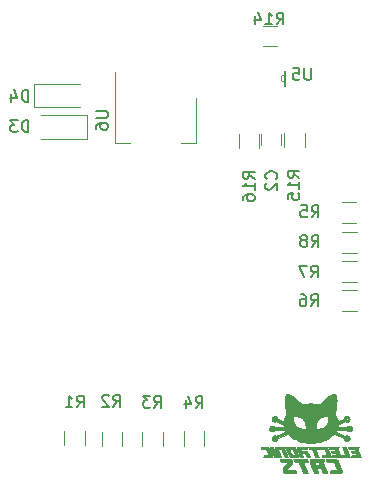
<source format=gbo>
G04 #@! TF.FileFunction,Legend,Bot*
%FSLAX46Y46*%
G04 Gerber Fmt 4.6, Leading zero omitted, Abs format (unit mm)*
G04 Created by KiCad (PCBNEW 4.0.7) date 01/22/18 18:56:20*
%MOMM*%
%LPD*%
G01*
G04 APERTURE LIST*
%ADD10C,0.100000*%
%ADD11C,0.120000*%
%ADD12C,0.152400*%
%ADD13C,0.010000*%
%ADD14C,0.150000*%
G04 APERTURE END LIST*
D10*
D11*
X153780000Y-79850000D02*
X152520000Y-79850000D01*
X146960000Y-79850000D02*
X148220000Y-79850000D01*
X153780000Y-76090000D02*
X153780000Y-79850000D01*
X146960000Y-73840000D02*
X146960000Y-79850000D01*
X161020000Y-79080000D02*
X161020000Y-80080000D01*
X159320000Y-80080000D02*
X159320000Y-79080000D01*
X162990000Y-80240000D02*
X162990000Y-79040000D01*
X161230000Y-79040000D02*
X161230000Y-80240000D01*
D12*
X161299400Y-73820400D02*
X161299400Y-74125200D01*
X161299400Y-74125200D02*
X161299400Y-74734800D01*
X161299400Y-74734800D02*
X161299400Y-75039600D01*
D10*
X161299400Y-74125200D02*
G75*
G03X161299400Y-74734800I0J-304800D01*
G01*
D11*
X152740000Y-104300000D02*
X152740000Y-105500000D01*
X154500000Y-105500000D02*
X154500000Y-104300000D01*
X140040000Y-76870000D02*
X140040000Y-74870000D01*
X140040000Y-74870000D02*
X143940000Y-74870000D01*
X140040000Y-76870000D02*
X143940000Y-76870000D01*
X144540000Y-77520000D02*
X144540000Y-79520000D01*
X144540000Y-79520000D02*
X140640000Y-79520000D01*
X144540000Y-77520000D02*
X140640000Y-77520000D01*
X142630000Y-104260000D02*
X142630000Y-105460000D01*
X144390000Y-105460000D02*
X144390000Y-104260000D01*
X145800000Y-104320000D02*
X145800000Y-105520000D01*
X147560000Y-105520000D02*
X147560000Y-104320000D01*
X149230000Y-104340000D02*
X149230000Y-105540000D01*
X150990000Y-105540000D02*
X150990000Y-104340000D01*
X167370000Y-84910000D02*
X166170000Y-84910000D01*
X166170000Y-86670000D02*
X167370000Y-86670000D01*
X167390000Y-89910000D02*
X166190000Y-89910000D01*
X166190000Y-91670000D02*
X167390000Y-91670000D01*
X166190000Y-94080000D02*
X167390000Y-94080000D01*
X167390000Y-92320000D02*
X166190000Y-92320000D01*
X167390000Y-87410000D02*
X166190000Y-87410000D01*
X166190000Y-89170000D02*
X167390000Y-89170000D01*
X160650000Y-69940000D02*
X159450000Y-69940000D01*
X159450000Y-71700000D02*
X160650000Y-71700000D01*
X157390000Y-79100000D02*
X157390000Y-80300000D01*
X159150000Y-80300000D02*
X159150000Y-79100000D01*
D13*
G36*
X165011952Y-106634469D02*
X164957322Y-106634584D01*
X164908721Y-106634798D01*
X164867028Y-106635106D01*
X164833123Y-106635503D01*
X164807886Y-106635985D01*
X164792197Y-106636546D01*
X164786933Y-106637166D01*
X164788907Y-106644025D01*
X164794337Y-106659457D01*
X164802488Y-106681556D01*
X164812625Y-106708412D01*
X164824012Y-106738118D01*
X164835914Y-106768766D01*
X164847595Y-106798447D01*
X164858321Y-106825254D01*
X164867355Y-106847279D01*
X164873007Y-106860481D01*
X164889770Y-106898273D01*
X165150207Y-106899992D01*
X165211234Y-106900408D01*
X165262016Y-106900814D01*
X165303600Y-106901261D01*
X165337031Y-106901800D01*
X165363353Y-106902483D01*
X165383612Y-106903360D01*
X165398852Y-106904484D01*
X165410119Y-106905905D01*
X165418458Y-106907675D01*
X165424914Y-106909846D01*
X165430531Y-106912467D01*
X165433222Y-106913894D01*
X165456584Y-106929106D01*
X165476812Y-106948526D01*
X165495034Y-106973783D01*
X165512374Y-107006510D01*
X165529956Y-107048336D01*
X165534811Y-107061185D01*
X165542642Y-107081822D01*
X165554060Y-107111251D01*
X165568405Y-107147803D01*
X165585019Y-107189812D01*
X165603240Y-107235608D01*
X165622411Y-107283525D01*
X165641384Y-107330688D01*
X165659759Y-107376395D01*
X165676890Y-107419310D01*
X165692288Y-107458193D01*
X165705469Y-107491804D01*
X165715947Y-107518901D01*
X165723235Y-107538245D01*
X165726848Y-107548595D01*
X165727072Y-107549411D01*
X165730780Y-107564933D01*
X165228641Y-107564933D01*
X165173661Y-107682055D01*
X165157155Y-107717406D01*
X165141663Y-107750935D01*
X165128047Y-107780746D01*
X165117171Y-107804946D01*
X165109898Y-107821640D01*
X165108112Y-107825988D01*
X165097543Y-107852800D01*
X165564538Y-107852550D01*
X165648085Y-107852497D01*
X165721092Y-107852423D01*
X165784306Y-107852311D01*
X165838477Y-107852143D01*
X165884352Y-107851902D01*
X165922681Y-107851572D01*
X165954211Y-107851135D01*
X165979691Y-107850574D01*
X165999869Y-107849872D01*
X166015493Y-107849012D01*
X166027313Y-107847977D01*
X166036076Y-107846749D01*
X166042531Y-107845313D01*
X166047426Y-107843650D01*
X166051510Y-107841743D01*
X166052122Y-107841423D01*
X166081872Y-107819531D01*
X166105320Y-107789458D01*
X166121536Y-107752954D01*
X166129586Y-107711767D01*
X166130311Y-107694633D01*
X166128535Y-107669238D01*
X166123056Y-107638459D01*
X166113648Y-107601603D01*
X166100085Y-107557977D01*
X166082140Y-107506886D01*
X166059587Y-107447637D01*
X166032201Y-107379535D01*
X166010929Y-107328358D01*
X165994754Y-107289239D01*
X165976975Y-107245214D01*
X165959384Y-107200785D01*
X165943774Y-107160451D01*
X165938575Y-107146709D01*
X165913265Y-107080405D01*
X165887347Y-107014678D01*
X165861711Y-106951694D01*
X165837250Y-106893617D01*
X165814854Y-106842615D01*
X165801271Y-106813103D01*
X165772730Y-106760395D01*
X165741285Y-106717763D01*
X165705995Y-106684165D01*
X165665919Y-106658560D01*
X165658286Y-106654796D01*
X165619489Y-106636422D01*
X165203211Y-106634772D01*
X165135776Y-106634558D01*
X165071730Y-106634459D01*
X165011952Y-106634469D01*
X165011952Y-106634469D01*
G37*
X165011952Y-106634469D02*
X164957322Y-106634584D01*
X164908721Y-106634798D01*
X164867028Y-106635106D01*
X164833123Y-106635503D01*
X164807886Y-106635985D01*
X164792197Y-106636546D01*
X164786933Y-106637166D01*
X164788907Y-106644025D01*
X164794337Y-106659457D01*
X164802488Y-106681556D01*
X164812625Y-106708412D01*
X164824012Y-106738118D01*
X164835914Y-106768766D01*
X164847595Y-106798447D01*
X164858321Y-106825254D01*
X164867355Y-106847279D01*
X164873007Y-106860481D01*
X164889770Y-106898273D01*
X165150207Y-106899992D01*
X165211234Y-106900408D01*
X165262016Y-106900814D01*
X165303600Y-106901261D01*
X165337031Y-106901800D01*
X165363353Y-106902483D01*
X165383612Y-106903360D01*
X165398852Y-106904484D01*
X165410119Y-106905905D01*
X165418458Y-106907675D01*
X165424914Y-106909846D01*
X165430531Y-106912467D01*
X165433222Y-106913894D01*
X165456584Y-106929106D01*
X165476812Y-106948526D01*
X165495034Y-106973783D01*
X165512374Y-107006510D01*
X165529956Y-107048336D01*
X165534811Y-107061185D01*
X165542642Y-107081822D01*
X165554060Y-107111251D01*
X165568405Y-107147803D01*
X165585019Y-107189812D01*
X165603240Y-107235608D01*
X165622411Y-107283525D01*
X165641384Y-107330688D01*
X165659759Y-107376395D01*
X165676890Y-107419310D01*
X165692288Y-107458193D01*
X165705469Y-107491804D01*
X165715947Y-107518901D01*
X165723235Y-107538245D01*
X165726848Y-107548595D01*
X165727072Y-107549411D01*
X165730780Y-107564933D01*
X165228641Y-107564933D01*
X165173661Y-107682055D01*
X165157155Y-107717406D01*
X165141663Y-107750935D01*
X165128047Y-107780746D01*
X165117171Y-107804946D01*
X165109898Y-107821640D01*
X165108112Y-107825988D01*
X165097543Y-107852800D01*
X165564538Y-107852550D01*
X165648085Y-107852497D01*
X165721092Y-107852423D01*
X165784306Y-107852311D01*
X165838477Y-107852143D01*
X165884352Y-107851902D01*
X165922681Y-107851572D01*
X165954211Y-107851135D01*
X165979691Y-107850574D01*
X165999869Y-107849872D01*
X166015493Y-107849012D01*
X166027313Y-107847977D01*
X166036076Y-107846749D01*
X166042531Y-107845313D01*
X166047426Y-107843650D01*
X166051510Y-107841743D01*
X166052122Y-107841423D01*
X166081872Y-107819531D01*
X166105320Y-107789458D01*
X166121536Y-107752954D01*
X166129586Y-107711767D01*
X166130311Y-107694633D01*
X166128535Y-107669238D01*
X166123056Y-107638459D01*
X166113648Y-107601603D01*
X166100085Y-107557977D01*
X166082140Y-107506886D01*
X166059587Y-107447637D01*
X166032201Y-107379535D01*
X166010929Y-107328358D01*
X165994754Y-107289239D01*
X165976975Y-107245214D01*
X165959384Y-107200785D01*
X165943774Y-107160451D01*
X165938575Y-107146709D01*
X165913265Y-107080405D01*
X165887347Y-107014678D01*
X165861711Y-106951694D01*
X165837250Y-106893617D01*
X165814854Y-106842615D01*
X165801271Y-106813103D01*
X165772730Y-106760395D01*
X165741285Y-106717763D01*
X165705995Y-106684165D01*
X165665919Y-106658560D01*
X165658286Y-106654796D01*
X165619489Y-106636422D01*
X165203211Y-106634772D01*
X165135776Y-106634558D01*
X165071730Y-106634459D01*
X165011952Y-106634469D01*
G36*
X164258396Y-106634512D02*
X164168554Y-106634699D01*
X164094078Y-106634912D01*
X164002210Y-106635213D01*
X163920943Y-106635513D01*
X163849591Y-106635826D01*
X163787464Y-106636166D01*
X163733876Y-106636545D01*
X163688139Y-106636978D01*
X163649566Y-106637477D01*
X163617469Y-106638056D01*
X163591160Y-106638729D01*
X163569952Y-106639509D01*
X163553158Y-106640410D01*
X163540089Y-106641445D01*
X163530058Y-106642628D01*
X163522378Y-106643971D01*
X163516362Y-106645490D01*
X163513865Y-106646284D01*
X163477561Y-106664287D01*
X163447594Y-106690922D01*
X163424921Y-106724894D01*
X163410498Y-106764910D01*
X163406143Y-106791918D01*
X163405513Y-106813724D01*
X163407573Y-106838488D01*
X163412587Y-106867055D01*
X163420824Y-106900274D01*
X163432547Y-106938988D01*
X163448022Y-106984046D01*
X163467517Y-107036293D01*
X163491295Y-107096575D01*
X163519624Y-107165738D01*
X163535423Y-107203546D01*
X163548183Y-107234323D01*
X163564329Y-107273910D01*
X163583174Y-107320588D01*
X163604030Y-107372640D01*
X163626212Y-107428347D01*
X163649031Y-107485991D01*
X163671802Y-107543853D01*
X163688885Y-107587511D01*
X163791302Y-107849977D01*
X163973029Y-107851467D01*
X164028061Y-107851747D01*
X164073708Y-107851616D01*
X164109582Y-107851083D01*
X164135294Y-107850157D01*
X164150453Y-107848847D01*
X164154756Y-107847387D01*
X164152752Y-107841110D01*
X164147025Y-107825444D01*
X164138001Y-107801501D01*
X164126105Y-107770391D01*
X164111763Y-107733223D01*
X164095402Y-107691109D01*
X164077446Y-107645159D01*
X164066513Y-107617297D01*
X164047726Y-107569431D01*
X164030179Y-107524594D01*
X164014314Y-107483926D01*
X164000573Y-107448565D01*
X163989397Y-107419652D01*
X163981230Y-107398324D01*
X163976513Y-107385722D01*
X163975543Y-107382900D01*
X163975390Y-107380223D01*
X163977298Y-107378077D01*
X163982369Y-107376404D01*
X163991702Y-107375146D01*
X164006399Y-107374243D01*
X164027559Y-107373638D01*
X164056284Y-107373272D01*
X164093673Y-107373088D01*
X164140827Y-107373025D01*
X164161801Y-107373022D01*
X164350785Y-107373022D01*
X164382147Y-107447811D01*
X164393122Y-107474256D01*
X164407257Y-107508736D01*
X164423555Y-107548791D01*
X164441017Y-107591961D01*
X164458644Y-107635785D01*
X164470726Y-107665987D01*
X164486366Y-107704964D01*
X164501209Y-107741542D01*
X164514579Y-107774091D01*
X164525802Y-107800981D01*
X164534204Y-107820583D01*
X164539019Y-107831087D01*
X164550096Y-107852800D01*
X164727782Y-107852800D01*
X164783252Y-107852620D01*
X164828714Y-107852088D01*
X164863898Y-107851212D01*
X164888536Y-107850001D01*
X164902359Y-107848463D01*
X164905467Y-107847110D01*
X164903423Y-107841084D01*
X164897541Y-107825526D01*
X164888197Y-107801380D01*
X164875767Y-107769587D01*
X164860626Y-107731091D01*
X164843150Y-107686833D01*
X164823714Y-107637755D01*
X164802694Y-107584801D01*
X164780466Y-107528912D01*
X164757405Y-107471030D01*
X164733886Y-107412098D01*
X164710286Y-107353059D01*
X164686980Y-107294854D01*
X164664343Y-107238426D01*
X164642751Y-107184717D01*
X164622581Y-107134669D01*
X164611751Y-107107883D01*
X164245026Y-107107883D01*
X164054547Y-107106397D01*
X163864067Y-107104911D01*
X163846131Y-107068222D01*
X163835166Y-107043332D01*
X163823986Y-107014029D01*
X163815429Y-106988002D01*
X163809109Y-106964971D01*
X163806297Y-106949677D01*
X163806699Y-106939226D01*
X163809718Y-106931291D01*
X163814536Y-106922989D01*
X163819973Y-106916398D01*
X163827319Y-106911303D01*
X163837864Y-106907490D01*
X163852898Y-106904743D01*
X163873710Y-106902849D01*
X163901592Y-106901592D01*
X163937831Y-106900759D01*
X163983720Y-106900135D01*
X163998007Y-106899973D01*
X164154525Y-106898236D01*
X164165891Y-106916907D01*
X164174267Y-106932917D01*
X164185776Y-106958318D01*
X164199878Y-106991828D01*
X164216030Y-107032163D01*
X164231603Y-107072530D01*
X164245026Y-107107883D01*
X164611751Y-107107883D01*
X164604206Y-107089225D01*
X164588003Y-107049328D01*
X164574348Y-107015918D01*
X164568503Y-107001723D01*
X164525872Y-106898535D01*
X164585847Y-106772203D01*
X164602384Y-106737124D01*
X164617174Y-106705275D01*
X164629559Y-106678116D01*
X164638878Y-106657109D01*
X164644470Y-106643712D01*
X164645822Y-106639525D01*
X164642579Y-106638408D01*
X164632569Y-106637437D01*
X164615370Y-106636609D01*
X164590564Y-106635920D01*
X164557729Y-106635366D01*
X164516444Y-106634945D01*
X164466289Y-106634653D01*
X164406843Y-106634485D01*
X164337685Y-106634440D01*
X164258396Y-106634512D01*
X164258396Y-106634512D01*
G37*
X164258396Y-106634512D02*
X164168554Y-106634699D01*
X164094078Y-106634912D01*
X164002210Y-106635213D01*
X163920943Y-106635513D01*
X163849591Y-106635826D01*
X163787464Y-106636166D01*
X163733876Y-106636545D01*
X163688139Y-106636978D01*
X163649566Y-106637477D01*
X163617469Y-106638056D01*
X163591160Y-106638729D01*
X163569952Y-106639509D01*
X163553158Y-106640410D01*
X163540089Y-106641445D01*
X163530058Y-106642628D01*
X163522378Y-106643971D01*
X163516362Y-106645490D01*
X163513865Y-106646284D01*
X163477561Y-106664287D01*
X163447594Y-106690922D01*
X163424921Y-106724894D01*
X163410498Y-106764910D01*
X163406143Y-106791918D01*
X163405513Y-106813724D01*
X163407573Y-106838488D01*
X163412587Y-106867055D01*
X163420824Y-106900274D01*
X163432547Y-106938988D01*
X163448022Y-106984046D01*
X163467517Y-107036293D01*
X163491295Y-107096575D01*
X163519624Y-107165738D01*
X163535423Y-107203546D01*
X163548183Y-107234323D01*
X163564329Y-107273910D01*
X163583174Y-107320588D01*
X163604030Y-107372640D01*
X163626212Y-107428347D01*
X163649031Y-107485991D01*
X163671802Y-107543853D01*
X163688885Y-107587511D01*
X163791302Y-107849977D01*
X163973029Y-107851467D01*
X164028061Y-107851747D01*
X164073708Y-107851616D01*
X164109582Y-107851083D01*
X164135294Y-107850157D01*
X164150453Y-107848847D01*
X164154756Y-107847387D01*
X164152752Y-107841110D01*
X164147025Y-107825444D01*
X164138001Y-107801501D01*
X164126105Y-107770391D01*
X164111763Y-107733223D01*
X164095402Y-107691109D01*
X164077446Y-107645159D01*
X164066513Y-107617297D01*
X164047726Y-107569431D01*
X164030179Y-107524594D01*
X164014314Y-107483926D01*
X164000573Y-107448565D01*
X163989397Y-107419652D01*
X163981230Y-107398324D01*
X163976513Y-107385722D01*
X163975543Y-107382900D01*
X163975390Y-107380223D01*
X163977298Y-107378077D01*
X163982369Y-107376404D01*
X163991702Y-107375146D01*
X164006399Y-107374243D01*
X164027559Y-107373638D01*
X164056284Y-107373272D01*
X164093673Y-107373088D01*
X164140827Y-107373025D01*
X164161801Y-107373022D01*
X164350785Y-107373022D01*
X164382147Y-107447811D01*
X164393122Y-107474256D01*
X164407257Y-107508736D01*
X164423555Y-107548791D01*
X164441017Y-107591961D01*
X164458644Y-107635785D01*
X164470726Y-107665987D01*
X164486366Y-107704964D01*
X164501209Y-107741542D01*
X164514579Y-107774091D01*
X164525802Y-107800981D01*
X164534204Y-107820583D01*
X164539019Y-107831087D01*
X164550096Y-107852800D01*
X164727782Y-107852800D01*
X164783252Y-107852620D01*
X164828714Y-107852088D01*
X164863898Y-107851212D01*
X164888536Y-107850001D01*
X164902359Y-107848463D01*
X164905467Y-107847110D01*
X164903423Y-107841084D01*
X164897541Y-107825526D01*
X164888197Y-107801380D01*
X164875767Y-107769587D01*
X164860626Y-107731091D01*
X164843150Y-107686833D01*
X164823714Y-107637755D01*
X164802694Y-107584801D01*
X164780466Y-107528912D01*
X164757405Y-107471030D01*
X164733886Y-107412098D01*
X164710286Y-107353059D01*
X164686980Y-107294854D01*
X164664343Y-107238426D01*
X164642751Y-107184717D01*
X164622581Y-107134669D01*
X164611751Y-107107883D01*
X164245026Y-107107883D01*
X164054547Y-107106397D01*
X163864067Y-107104911D01*
X163846131Y-107068222D01*
X163835166Y-107043332D01*
X163823986Y-107014029D01*
X163815429Y-106988002D01*
X163809109Y-106964971D01*
X163806297Y-106949677D01*
X163806699Y-106939226D01*
X163809718Y-106931291D01*
X163814536Y-106922989D01*
X163819973Y-106916398D01*
X163827319Y-106911303D01*
X163837864Y-106907490D01*
X163852898Y-106904743D01*
X163873710Y-106902849D01*
X163901592Y-106901592D01*
X163937831Y-106900759D01*
X163983720Y-106900135D01*
X163998007Y-106899973D01*
X164154525Y-106898236D01*
X164165891Y-106916907D01*
X164174267Y-106932917D01*
X164185776Y-106958318D01*
X164199878Y-106991828D01*
X164216030Y-107032163D01*
X164231603Y-107072530D01*
X164245026Y-107107883D01*
X164611751Y-107107883D01*
X164604206Y-107089225D01*
X164588003Y-107049328D01*
X164574348Y-107015918D01*
X164568503Y-107001723D01*
X164525872Y-106898535D01*
X164585847Y-106772203D01*
X164602384Y-106737124D01*
X164617174Y-106705275D01*
X164629559Y-106678116D01*
X164638878Y-106657109D01*
X164644470Y-106643712D01*
X164645822Y-106639525D01*
X164642579Y-106638408D01*
X164632569Y-106637437D01*
X164615370Y-106636609D01*
X164590564Y-106635920D01*
X164557729Y-106635366D01*
X164516444Y-106634945D01*
X164466289Y-106634653D01*
X164406843Y-106634485D01*
X164337685Y-106634440D01*
X164258396Y-106634512D01*
G36*
X162494626Y-106633101D02*
X162427168Y-106633233D01*
X162362171Y-106633459D01*
X162300548Y-106633780D01*
X162243214Y-106634198D01*
X162191083Y-106634713D01*
X162145070Y-106635326D01*
X162106088Y-106636038D01*
X162075053Y-106636850D01*
X162052877Y-106637762D01*
X162040476Y-106638777D01*
X162038089Y-106639498D01*
X162040045Y-106646219D01*
X162045538Y-106661933D01*
X162054007Y-106685116D01*
X162064889Y-106714244D01*
X162077622Y-106747792D01*
X162086972Y-106772143D01*
X162135855Y-106898888D01*
X162489454Y-106898888D01*
X162504546Y-106928522D01*
X162511907Y-106944315D01*
X162522085Y-106967989D01*
X162533958Y-106996847D01*
X162546404Y-107028188D01*
X162552061Y-107042822D01*
X162566198Y-107079324D01*
X162581958Y-107119348D01*
X162597592Y-107158488D01*
X162611350Y-107192339D01*
X162613705Y-107198044D01*
X162621425Y-107216927D01*
X162632779Y-107245035D01*
X162647256Y-107281092D01*
X162664348Y-107323824D01*
X162683545Y-107371953D01*
X162704339Y-107424203D01*
X162726219Y-107479300D01*
X162748676Y-107535967D01*
X162757905Y-107559288D01*
X162872884Y-107849977D01*
X163245466Y-107852951D01*
X163239970Y-107837353D01*
X163237087Y-107829863D01*
X163230322Y-107812678D01*
X163219989Y-107786583D01*
X163206401Y-107752364D01*
X163189871Y-107710807D01*
X163170710Y-107662698D01*
X163149233Y-107608822D01*
X163125752Y-107549965D01*
X163100581Y-107486912D01*
X163074031Y-107420449D01*
X163051690Y-107364555D01*
X163024425Y-107296237D01*
X162998450Y-107230915D01*
X162974060Y-107169347D01*
X162951553Y-107112294D01*
X162931225Y-107060515D01*
X162913373Y-107014770D01*
X162898293Y-106975819D01*
X162886283Y-106944422D01*
X162877638Y-106921338D01*
X162872655Y-106907327D01*
X162871519Y-106903122D01*
X162877569Y-106902149D01*
X162893628Y-106901255D01*
X162918413Y-106900466D01*
X162950643Y-106899809D01*
X162989039Y-106899309D01*
X163032318Y-106898994D01*
X163077380Y-106898888D01*
X163280628Y-106898888D01*
X163276769Y-106886188D01*
X163274010Y-106878292D01*
X163267965Y-106861676D01*
X163259324Y-106838190D01*
X163248773Y-106809682D01*
X163237000Y-106778001D01*
X163224693Y-106744993D01*
X163212539Y-106712509D01*
X163201227Y-106682394D01*
X163191444Y-106656499D01*
X163185407Y-106640655D01*
X163179498Y-106639562D01*
X163163251Y-106638550D01*
X163137579Y-106637620D01*
X163103396Y-106636774D01*
X163061617Y-106636013D01*
X163013156Y-106635336D01*
X162958927Y-106634746D01*
X162899845Y-106634242D01*
X162836824Y-106633827D01*
X162770777Y-106633500D01*
X162702620Y-106633263D01*
X162633266Y-106633117D01*
X162563630Y-106633063D01*
X162494626Y-106633101D01*
X162494626Y-106633101D01*
G37*
X162494626Y-106633101D02*
X162427168Y-106633233D01*
X162362171Y-106633459D01*
X162300548Y-106633780D01*
X162243214Y-106634198D01*
X162191083Y-106634713D01*
X162145070Y-106635326D01*
X162106088Y-106636038D01*
X162075053Y-106636850D01*
X162052877Y-106637762D01*
X162040476Y-106638777D01*
X162038089Y-106639498D01*
X162040045Y-106646219D01*
X162045538Y-106661933D01*
X162054007Y-106685116D01*
X162064889Y-106714244D01*
X162077622Y-106747792D01*
X162086972Y-106772143D01*
X162135855Y-106898888D01*
X162489454Y-106898888D01*
X162504546Y-106928522D01*
X162511907Y-106944315D01*
X162522085Y-106967989D01*
X162533958Y-106996847D01*
X162546404Y-107028188D01*
X162552061Y-107042822D01*
X162566198Y-107079324D01*
X162581958Y-107119348D01*
X162597592Y-107158488D01*
X162611350Y-107192339D01*
X162613705Y-107198044D01*
X162621425Y-107216927D01*
X162632779Y-107245035D01*
X162647256Y-107281092D01*
X162664348Y-107323824D01*
X162683545Y-107371953D01*
X162704339Y-107424203D01*
X162726219Y-107479300D01*
X162748676Y-107535967D01*
X162757905Y-107559288D01*
X162872884Y-107849977D01*
X163245466Y-107852951D01*
X163239970Y-107837353D01*
X163237087Y-107829863D01*
X163230322Y-107812678D01*
X163219989Y-107786583D01*
X163206401Y-107752364D01*
X163189871Y-107710807D01*
X163170710Y-107662698D01*
X163149233Y-107608822D01*
X163125752Y-107549965D01*
X163100581Y-107486912D01*
X163074031Y-107420449D01*
X163051690Y-107364555D01*
X163024425Y-107296237D01*
X162998450Y-107230915D01*
X162974060Y-107169347D01*
X162951553Y-107112294D01*
X162931225Y-107060515D01*
X162913373Y-107014770D01*
X162898293Y-106975819D01*
X162886283Y-106944422D01*
X162877638Y-106921338D01*
X162872655Y-106907327D01*
X162871519Y-106903122D01*
X162877569Y-106902149D01*
X162893628Y-106901255D01*
X162918413Y-106900466D01*
X162950643Y-106899809D01*
X162989039Y-106899309D01*
X163032318Y-106898994D01*
X163077380Y-106898888D01*
X163280628Y-106898888D01*
X163276769Y-106886188D01*
X163274010Y-106878292D01*
X163267965Y-106861676D01*
X163259324Y-106838190D01*
X163248773Y-106809682D01*
X163237000Y-106778001D01*
X163224693Y-106744993D01*
X163212539Y-106712509D01*
X163201227Y-106682394D01*
X163191444Y-106656499D01*
X163185407Y-106640655D01*
X163179498Y-106639562D01*
X163163251Y-106638550D01*
X163137579Y-106637620D01*
X163103396Y-106636774D01*
X163061617Y-106636013D01*
X163013156Y-106635336D01*
X162958927Y-106634746D01*
X162899845Y-106634242D01*
X162836824Y-106633827D01*
X162770777Y-106633500D01*
X162702620Y-106633263D01*
X162633266Y-106633117D01*
X162563630Y-106633063D01*
X162494626Y-106633101D01*
G36*
X161051282Y-106634699D02*
X161001118Y-106634872D01*
X160957775Y-106635141D01*
X160922116Y-106635501D01*
X160895004Y-106635947D01*
X160877301Y-106636477D01*
X160869869Y-106637084D01*
X160869689Y-106637201D01*
X160871690Y-106643399D01*
X160877296Y-106658536D01*
X160885917Y-106681072D01*
X160896960Y-106709467D01*
X160909833Y-106742181D01*
X160916978Y-106760198D01*
X160930780Y-106794975D01*
X160943293Y-106826623D01*
X160953871Y-106853502D01*
X160961869Y-106873970D01*
X160966642Y-106886386D01*
X160967601Y-106889011D01*
X160969004Y-106891373D01*
X160972127Y-106893327D01*
X160977957Y-106894912D01*
X160987478Y-106896166D01*
X161001677Y-106897127D01*
X161021537Y-106897835D01*
X161048045Y-106898327D01*
X161082187Y-106898642D01*
X161124946Y-106898818D01*
X161177309Y-106898895D01*
X161220879Y-106898909D01*
X161280702Y-106898936D01*
X161330288Y-106899033D01*
X161370686Y-106899244D01*
X161402947Y-106899611D01*
X161428123Y-106900177D01*
X161447263Y-106900985D01*
X161461419Y-106902077D01*
X161471641Y-106903497D01*
X161478981Y-106905286D01*
X161484488Y-106907489D01*
X161488663Y-106909809D01*
X161501651Y-106919648D01*
X161508941Y-106930579D01*
X161510089Y-106943428D01*
X161504652Y-106959019D01*
X161492188Y-106978176D01*
X161472254Y-107001723D01*
X161444406Y-107030485D01*
X161408202Y-107065286D01*
X161401984Y-107071115D01*
X161354200Y-107116648D01*
X161309356Y-107161052D01*
X161268603Y-107203113D01*
X161233088Y-107241615D01*
X161203963Y-107275346D01*
X161182378Y-107303089D01*
X161182343Y-107303137D01*
X161158467Y-107344299D01*
X161139723Y-107392812D01*
X161127229Y-107445471D01*
X161123844Y-107470642D01*
X161121671Y-107520326D01*
X161124563Y-107571146D01*
X161132053Y-107620341D01*
X161143673Y-107665147D01*
X161158954Y-107702802D01*
X161165044Y-107713721D01*
X161189216Y-107745840D01*
X161220644Y-107776773D01*
X161255523Y-107803086D01*
X161278856Y-107816387D01*
X161291948Y-107822798D01*
X161303782Y-107828409D01*
X161315167Y-107833274D01*
X161326914Y-107837445D01*
X161339833Y-107840976D01*
X161354734Y-107843921D01*
X161372429Y-107846332D01*
X161393728Y-107848262D01*
X161419440Y-107849766D01*
X161450377Y-107850895D01*
X161487349Y-107851704D01*
X161531166Y-107852246D01*
X161582638Y-107852573D01*
X161642577Y-107852739D01*
X161711792Y-107852797D01*
X161791094Y-107852801D01*
X161833253Y-107852800D01*
X161905318Y-107852739D01*
X161973432Y-107852563D01*
X162036799Y-107852280D01*
X162094621Y-107851899D01*
X162146102Y-107851428D01*
X162190448Y-107850878D01*
X162226860Y-107850255D01*
X162254544Y-107849570D01*
X162272703Y-107848831D01*
X162280540Y-107848046D01*
X162280800Y-107847872D01*
X162278848Y-107841476D01*
X162273348Y-107826001D01*
X162264838Y-107802889D01*
X162253855Y-107773587D01*
X162240934Y-107739537D01*
X162227833Y-107705349D01*
X162174866Y-107567755D01*
X161847989Y-107564933D01*
X161778693Y-107564315D01*
X161719793Y-107563731D01*
X161670395Y-107563145D01*
X161629607Y-107562526D01*
X161596536Y-107561838D01*
X161570288Y-107561047D01*
X161549971Y-107560121D01*
X161534692Y-107559024D01*
X161523557Y-107557723D01*
X161515674Y-107556184D01*
X161510150Y-107554374D01*
X161506091Y-107552258D01*
X161505588Y-107551934D01*
X161490815Y-107539945D01*
X161482780Y-107526989D01*
X161481863Y-107512156D01*
X161488444Y-107494535D01*
X161502906Y-107473217D01*
X161525628Y-107447290D01*
X161556993Y-107415846D01*
X161566241Y-107407004D01*
X161588898Y-107385292D01*
X161617639Y-107357429D01*
X161650581Y-107325258D01*
X161685840Y-107290624D01*
X161721533Y-107255373D01*
X161753558Y-107223559D01*
X161791926Y-107185015D01*
X161822960Y-107153100D01*
X161847598Y-107126766D01*
X161866783Y-107104965D01*
X161881454Y-107086650D01*
X161892553Y-107070771D01*
X161896615Y-107064170D01*
X161919151Y-107020884D01*
X161933479Y-106980088D01*
X161940706Y-106937894D01*
X161942133Y-106904308D01*
X161938400Y-106844410D01*
X161926999Y-106792628D01*
X161907631Y-106748523D01*
X161879999Y-106711657D01*
X161843802Y-106681593D01*
X161798742Y-106657893D01*
X161765711Y-106646046D01*
X161759063Y-106644331D01*
X161750495Y-106642830D01*
X161739230Y-106641522D01*
X161724491Y-106640390D01*
X161705500Y-106639416D01*
X161681479Y-106638580D01*
X161651650Y-106637865D01*
X161615237Y-106637252D01*
X161571462Y-106636722D01*
X161519546Y-106636256D01*
X161458712Y-106635838D01*
X161388183Y-106635447D01*
X161307182Y-106635065D01*
X161302900Y-106635046D01*
X161234076Y-106634795D01*
X161168624Y-106634656D01*
X161107404Y-106634626D01*
X161051282Y-106634699D01*
X161051282Y-106634699D01*
G37*
X161051282Y-106634699D02*
X161001118Y-106634872D01*
X160957775Y-106635141D01*
X160922116Y-106635501D01*
X160895004Y-106635947D01*
X160877301Y-106636477D01*
X160869869Y-106637084D01*
X160869689Y-106637201D01*
X160871690Y-106643399D01*
X160877296Y-106658536D01*
X160885917Y-106681072D01*
X160896960Y-106709467D01*
X160909833Y-106742181D01*
X160916978Y-106760198D01*
X160930780Y-106794975D01*
X160943293Y-106826623D01*
X160953871Y-106853502D01*
X160961869Y-106873970D01*
X160966642Y-106886386D01*
X160967601Y-106889011D01*
X160969004Y-106891373D01*
X160972127Y-106893327D01*
X160977957Y-106894912D01*
X160987478Y-106896166D01*
X161001677Y-106897127D01*
X161021537Y-106897835D01*
X161048045Y-106898327D01*
X161082187Y-106898642D01*
X161124946Y-106898818D01*
X161177309Y-106898895D01*
X161220879Y-106898909D01*
X161280702Y-106898936D01*
X161330288Y-106899033D01*
X161370686Y-106899244D01*
X161402947Y-106899611D01*
X161428123Y-106900177D01*
X161447263Y-106900985D01*
X161461419Y-106902077D01*
X161471641Y-106903497D01*
X161478981Y-106905286D01*
X161484488Y-106907489D01*
X161488663Y-106909809D01*
X161501651Y-106919648D01*
X161508941Y-106930579D01*
X161510089Y-106943428D01*
X161504652Y-106959019D01*
X161492188Y-106978176D01*
X161472254Y-107001723D01*
X161444406Y-107030485D01*
X161408202Y-107065286D01*
X161401984Y-107071115D01*
X161354200Y-107116648D01*
X161309356Y-107161052D01*
X161268603Y-107203113D01*
X161233088Y-107241615D01*
X161203963Y-107275346D01*
X161182378Y-107303089D01*
X161182343Y-107303137D01*
X161158467Y-107344299D01*
X161139723Y-107392812D01*
X161127229Y-107445471D01*
X161123844Y-107470642D01*
X161121671Y-107520326D01*
X161124563Y-107571146D01*
X161132053Y-107620341D01*
X161143673Y-107665147D01*
X161158954Y-107702802D01*
X161165044Y-107713721D01*
X161189216Y-107745840D01*
X161220644Y-107776773D01*
X161255523Y-107803086D01*
X161278856Y-107816387D01*
X161291948Y-107822798D01*
X161303782Y-107828409D01*
X161315167Y-107833274D01*
X161326914Y-107837445D01*
X161339833Y-107840976D01*
X161354734Y-107843921D01*
X161372429Y-107846332D01*
X161393728Y-107848262D01*
X161419440Y-107849766D01*
X161450377Y-107850895D01*
X161487349Y-107851704D01*
X161531166Y-107852246D01*
X161582638Y-107852573D01*
X161642577Y-107852739D01*
X161711792Y-107852797D01*
X161791094Y-107852801D01*
X161833253Y-107852800D01*
X161905318Y-107852739D01*
X161973432Y-107852563D01*
X162036799Y-107852280D01*
X162094621Y-107851899D01*
X162146102Y-107851428D01*
X162190448Y-107850878D01*
X162226860Y-107850255D01*
X162254544Y-107849570D01*
X162272703Y-107848831D01*
X162280540Y-107848046D01*
X162280800Y-107847872D01*
X162278848Y-107841476D01*
X162273348Y-107826001D01*
X162264838Y-107802889D01*
X162253855Y-107773587D01*
X162240934Y-107739537D01*
X162227833Y-107705349D01*
X162174866Y-107567755D01*
X161847989Y-107564933D01*
X161778693Y-107564315D01*
X161719793Y-107563731D01*
X161670395Y-107563145D01*
X161629607Y-107562526D01*
X161596536Y-107561838D01*
X161570288Y-107561047D01*
X161549971Y-107560121D01*
X161534692Y-107559024D01*
X161523557Y-107557723D01*
X161515674Y-107556184D01*
X161510150Y-107554374D01*
X161506091Y-107552258D01*
X161505588Y-107551934D01*
X161490815Y-107539945D01*
X161482780Y-107526989D01*
X161481863Y-107512156D01*
X161488444Y-107494535D01*
X161502906Y-107473217D01*
X161525628Y-107447290D01*
X161556993Y-107415846D01*
X161566241Y-107407004D01*
X161588898Y-107385292D01*
X161617639Y-107357429D01*
X161650581Y-107325258D01*
X161685840Y-107290624D01*
X161721533Y-107255373D01*
X161753558Y-107223559D01*
X161791926Y-107185015D01*
X161822960Y-107153100D01*
X161847598Y-107126766D01*
X161866783Y-107104965D01*
X161881454Y-107086650D01*
X161892553Y-107070771D01*
X161896615Y-107064170D01*
X161919151Y-107020884D01*
X161933479Y-106980088D01*
X161940706Y-106937894D01*
X161942133Y-106904308D01*
X161938400Y-106844410D01*
X161926999Y-106792628D01*
X161907631Y-106748523D01*
X161879999Y-106711657D01*
X161843802Y-106681593D01*
X161798742Y-106657893D01*
X161765711Y-106646046D01*
X161759063Y-106644331D01*
X161750495Y-106642830D01*
X161739230Y-106641522D01*
X161724491Y-106640390D01*
X161705500Y-106639416D01*
X161681479Y-106638580D01*
X161651650Y-106637865D01*
X161615237Y-106637252D01*
X161571462Y-106636722D01*
X161519546Y-106636256D01*
X161458712Y-106635838D01*
X161388183Y-106635447D01*
X161307182Y-106635065D01*
X161302900Y-106635046D01*
X161234076Y-106634795D01*
X161168624Y-106634656D01*
X161107404Y-106634626D01*
X161051282Y-106634699D01*
G36*
X166188812Y-105618905D02*
X166191443Y-105626336D01*
X166197869Y-105643309D01*
X166207718Y-105668875D01*
X166220621Y-105702084D01*
X166236206Y-105741987D01*
X166254101Y-105787633D01*
X166273937Y-105838074D01*
X166295343Y-105892359D01*
X166317946Y-105949538D01*
X166318375Y-105950622D01*
X166444605Y-106269533D01*
X166256413Y-106271019D01*
X166211602Y-106271460D01*
X166170609Y-106272030D01*
X166134741Y-106272698D01*
X166105308Y-106273433D01*
X166083619Y-106274203D01*
X166070982Y-106274978D01*
X166068222Y-106275513D01*
X166070255Y-106281478D01*
X166075884Y-106296108D01*
X166084410Y-106317632D01*
X166095132Y-106344276D01*
X166104463Y-106367213D01*
X166116799Y-106397748D01*
X166127813Y-106425656D01*
X166136692Y-106448828D01*
X166142624Y-106465155D01*
X166144586Y-106471374D01*
X166148468Y-106486844D01*
X166797116Y-106486844D01*
X166793368Y-106474144D01*
X166790731Y-106467033D01*
X166784217Y-106450251D01*
X166774148Y-106424607D01*
X166760844Y-106390912D01*
X166744628Y-106349973D01*
X166725819Y-106302600D01*
X166704739Y-106249601D01*
X166681709Y-106191787D01*
X166657050Y-106129966D01*
X166631083Y-106064947D01*
X166619228Y-106035288D01*
X166448836Y-105609133D01*
X166317158Y-105607616D01*
X166185479Y-105606099D01*
X166188812Y-105618905D01*
X166188812Y-105618905D01*
G37*
X166188812Y-105618905D02*
X166191443Y-105626336D01*
X166197869Y-105643309D01*
X166207718Y-105668875D01*
X166220621Y-105702084D01*
X166236206Y-105741987D01*
X166254101Y-105787633D01*
X166273937Y-105838074D01*
X166295343Y-105892359D01*
X166317946Y-105949538D01*
X166318375Y-105950622D01*
X166444605Y-106269533D01*
X166256413Y-106271019D01*
X166211602Y-106271460D01*
X166170609Y-106272030D01*
X166134741Y-106272698D01*
X166105308Y-106273433D01*
X166083619Y-106274203D01*
X166070982Y-106274978D01*
X166068222Y-106275513D01*
X166070255Y-106281478D01*
X166075884Y-106296108D01*
X166084410Y-106317632D01*
X166095132Y-106344276D01*
X166104463Y-106367213D01*
X166116799Y-106397748D01*
X166127813Y-106425656D01*
X166136692Y-106448828D01*
X166142624Y-106465155D01*
X166144586Y-106471374D01*
X166148468Y-106486844D01*
X166797116Y-106486844D01*
X166793368Y-106474144D01*
X166790731Y-106467033D01*
X166784217Y-106450251D01*
X166774148Y-106424607D01*
X166760844Y-106390912D01*
X166744628Y-106349973D01*
X166725819Y-106302600D01*
X166704739Y-106249601D01*
X166681709Y-106191787D01*
X166657050Y-106129966D01*
X166631083Y-106064947D01*
X166619228Y-106035288D01*
X166448836Y-105609133D01*
X166317158Y-105607616D01*
X166185479Y-105606099D01*
X166188812Y-105618905D01*
G36*
X161729786Y-105612167D02*
X161663716Y-105612556D01*
X161608537Y-105613207D01*
X161564329Y-105614119D01*
X161531175Y-105615289D01*
X161509155Y-105616716D01*
X161499045Y-105618185D01*
X161467381Y-105632226D01*
X161442341Y-105654316D01*
X161425297Y-105682695D01*
X161417619Y-105715602D01*
X161417324Y-105723141D01*
X161417942Y-105734537D01*
X161420113Y-105748287D01*
X161424147Y-105765286D01*
X161430351Y-105786426D01*
X161439037Y-105812601D01*
X161450513Y-105844705D01*
X161465088Y-105883631D01*
X161483073Y-105930272D01*
X161504776Y-105985521D01*
X161530506Y-106050273D01*
X161531242Y-106052117D01*
X161560938Y-106126051D01*
X161587192Y-106190185D01*
X161610444Y-106245316D01*
X161631137Y-106292244D01*
X161649711Y-106331768D01*
X161666607Y-106364686D01*
X161682265Y-106391797D01*
X161697128Y-106413902D01*
X161711636Y-106431797D01*
X161726230Y-106446282D01*
X161741352Y-106458157D01*
X161757441Y-106468220D01*
X161762462Y-106470972D01*
X161786911Y-106484022D01*
X162074778Y-106485023D01*
X162143720Y-106485147D01*
X162205167Y-106485019D01*
X162258527Y-106484650D01*
X162303210Y-106484048D01*
X162338627Y-106483221D01*
X162364186Y-106482180D01*
X162379298Y-106480932D01*
X162382400Y-106480345D01*
X162409885Y-106466850D01*
X162431988Y-106444716D01*
X162447488Y-106415798D01*
X162455165Y-106381951D01*
X162455778Y-106368827D01*
X162455323Y-106355671D01*
X162453742Y-106341584D01*
X162450705Y-106325593D01*
X162445886Y-106306723D01*
X162438957Y-106284000D01*
X162429590Y-106256451D01*
X162426697Y-106248496D01*
X162149889Y-106248496D01*
X162143807Y-106259628D01*
X162130416Y-106266629D01*
X162108713Y-106270451D01*
X162077699Y-106272043D01*
X162037839Y-106272355D01*
X161997861Y-106271952D01*
X161967395Y-106270652D01*
X161944687Y-106268321D01*
X161927987Y-106264825D01*
X161924197Y-106263635D01*
X161905018Y-106254821D01*
X161887958Y-106243306D01*
X161883801Y-106239463D01*
X161875829Y-106227828D01*
X161864423Y-106206232D01*
X161849884Y-106175368D01*
X161832514Y-106135928D01*
X161812612Y-106088605D01*
X161790481Y-106034091D01*
X161766421Y-105973079D01*
X161753720Y-105940242D01*
X161740580Y-105905888D01*
X161731123Y-105880385D01*
X161724928Y-105862069D01*
X161721574Y-105849275D01*
X161720640Y-105840337D01*
X161721705Y-105833591D01*
X161724348Y-105827372D01*
X161724899Y-105826296D01*
X161734763Y-105813640D01*
X161746492Y-105806412D01*
X161746591Y-105806387D01*
X161756438Y-105805398D01*
X161775398Y-105804743D01*
X161801297Y-105804452D01*
X161831965Y-105804554D01*
X161856161Y-105804894D01*
X161891893Y-105805672D01*
X161918191Y-105806628D01*
X161936908Y-105807983D01*
X161949900Y-105809961D01*
X161959020Y-105812783D01*
X161966123Y-105816673D01*
X161968551Y-105818384D01*
X161986775Y-105836036D01*
X162004710Y-105860594D01*
X162019620Y-105887945D01*
X162026455Y-105905466D01*
X162031144Y-105918737D01*
X162039322Y-105940276D01*
X162050144Y-105967925D01*
X162062766Y-105999528D01*
X162076046Y-106032198D01*
X162090428Y-106067629D01*
X162104595Y-106103168D01*
X162117474Y-106136080D01*
X162127995Y-106163633D01*
X162134289Y-106180814D01*
X162144128Y-106210039D01*
X162149662Y-106232283D01*
X162149889Y-106248496D01*
X162426697Y-106248496D01*
X162417458Y-106223101D01*
X162402233Y-106182975D01*
X162383587Y-106135102D01*
X162361194Y-106078505D01*
X162341701Y-106029644D01*
X162312570Y-105957153D01*
X162286986Y-105894435D01*
X162264517Y-105840698D01*
X162244729Y-105795152D01*
X162227186Y-105757006D01*
X162211457Y-105725468D01*
X162197107Y-105699749D01*
X162183702Y-105679056D01*
X162170809Y-105662600D01*
X162157993Y-105649589D01*
X162144822Y-105639232D01*
X162130861Y-105630738D01*
X162119933Y-105625266D01*
X162091711Y-105612065D01*
X161806667Y-105612042D01*
X161729786Y-105612167D01*
X161729786Y-105612167D01*
G37*
X161729786Y-105612167D02*
X161663716Y-105612556D01*
X161608537Y-105613207D01*
X161564329Y-105614119D01*
X161531175Y-105615289D01*
X161509155Y-105616716D01*
X161499045Y-105618185D01*
X161467381Y-105632226D01*
X161442341Y-105654316D01*
X161425297Y-105682695D01*
X161417619Y-105715602D01*
X161417324Y-105723141D01*
X161417942Y-105734537D01*
X161420113Y-105748287D01*
X161424147Y-105765286D01*
X161430351Y-105786426D01*
X161439037Y-105812601D01*
X161450513Y-105844705D01*
X161465088Y-105883631D01*
X161483073Y-105930272D01*
X161504776Y-105985521D01*
X161530506Y-106050273D01*
X161531242Y-106052117D01*
X161560938Y-106126051D01*
X161587192Y-106190185D01*
X161610444Y-106245316D01*
X161631137Y-106292244D01*
X161649711Y-106331768D01*
X161666607Y-106364686D01*
X161682265Y-106391797D01*
X161697128Y-106413902D01*
X161711636Y-106431797D01*
X161726230Y-106446282D01*
X161741352Y-106458157D01*
X161757441Y-106468220D01*
X161762462Y-106470972D01*
X161786911Y-106484022D01*
X162074778Y-106485023D01*
X162143720Y-106485147D01*
X162205167Y-106485019D01*
X162258527Y-106484650D01*
X162303210Y-106484048D01*
X162338627Y-106483221D01*
X162364186Y-106482180D01*
X162379298Y-106480932D01*
X162382400Y-106480345D01*
X162409885Y-106466850D01*
X162431988Y-106444716D01*
X162447488Y-106415798D01*
X162455165Y-106381951D01*
X162455778Y-106368827D01*
X162455323Y-106355671D01*
X162453742Y-106341584D01*
X162450705Y-106325593D01*
X162445886Y-106306723D01*
X162438957Y-106284000D01*
X162429590Y-106256451D01*
X162426697Y-106248496D01*
X162149889Y-106248496D01*
X162143807Y-106259628D01*
X162130416Y-106266629D01*
X162108713Y-106270451D01*
X162077699Y-106272043D01*
X162037839Y-106272355D01*
X161997861Y-106271952D01*
X161967395Y-106270652D01*
X161944687Y-106268321D01*
X161927987Y-106264825D01*
X161924197Y-106263635D01*
X161905018Y-106254821D01*
X161887958Y-106243306D01*
X161883801Y-106239463D01*
X161875829Y-106227828D01*
X161864423Y-106206232D01*
X161849884Y-106175368D01*
X161832514Y-106135928D01*
X161812612Y-106088605D01*
X161790481Y-106034091D01*
X161766421Y-105973079D01*
X161753720Y-105940242D01*
X161740580Y-105905888D01*
X161731123Y-105880385D01*
X161724928Y-105862069D01*
X161721574Y-105849275D01*
X161720640Y-105840337D01*
X161721705Y-105833591D01*
X161724348Y-105827372D01*
X161724899Y-105826296D01*
X161734763Y-105813640D01*
X161746492Y-105806412D01*
X161746591Y-105806387D01*
X161756438Y-105805398D01*
X161775398Y-105804743D01*
X161801297Y-105804452D01*
X161831965Y-105804554D01*
X161856161Y-105804894D01*
X161891893Y-105805672D01*
X161918191Y-105806628D01*
X161936908Y-105807983D01*
X161949900Y-105809961D01*
X161959020Y-105812783D01*
X161966123Y-105816673D01*
X161968551Y-105818384D01*
X161986775Y-105836036D01*
X162004710Y-105860594D01*
X162019620Y-105887945D01*
X162026455Y-105905466D01*
X162031144Y-105918737D01*
X162039322Y-105940276D01*
X162050144Y-105967925D01*
X162062766Y-105999528D01*
X162076046Y-106032198D01*
X162090428Y-106067629D01*
X162104595Y-106103168D01*
X162117474Y-106136080D01*
X162127995Y-106163633D01*
X162134289Y-106180814D01*
X162144128Y-106210039D01*
X162149662Y-106232283D01*
X162149889Y-106248496D01*
X162426697Y-106248496D01*
X162417458Y-106223101D01*
X162402233Y-106182975D01*
X162383587Y-106135102D01*
X162361194Y-106078505D01*
X162341701Y-106029644D01*
X162312570Y-105957153D01*
X162286986Y-105894435D01*
X162264517Y-105840698D01*
X162244729Y-105795152D01*
X162227186Y-105757006D01*
X162211457Y-105725468D01*
X162197107Y-105699749D01*
X162183702Y-105679056D01*
X162170809Y-105662600D01*
X162157993Y-105649589D01*
X162144822Y-105639232D01*
X162130861Y-105630738D01*
X162119933Y-105625266D01*
X162091711Y-105612065D01*
X161806667Y-105612042D01*
X161729786Y-105612167D01*
G36*
X160807759Y-105611989D02*
X160747891Y-105612108D01*
X160696921Y-105612364D01*
X160654053Y-105612808D01*
X160618490Y-105613491D01*
X160589435Y-105614464D01*
X160566091Y-105615778D01*
X160547661Y-105617486D01*
X160533349Y-105619637D01*
X160522357Y-105622284D01*
X160513889Y-105625477D01*
X160507148Y-105629268D01*
X160501337Y-105633708D01*
X160495660Y-105638849D01*
X160492450Y-105641858D01*
X160474458Y-105662828D01*
X160463067Y-105686781D01*
X160458266Y-105714878D01*
X160460042Y-105748281D01*
X160468383Y-105788151D01*
X160483276Y-105835649D01*
X160490174Y-105854666D01*
X160497924Y-105874996D01*
X160509380Y-105904442D01*
X160524006Y-105941660D01*
X160541270Y-105985304D01*
X160560637Y-106034027D01*
X160581574Y-106086485D01*
X160603545Y-106141331D01*
X160626019Y-106197220D01*
X160630654Y-106208722D01*
X160742689Y-106486577D01*
X160873922Y-106486710D01*
X160921234Y-106486538D01*
X160957636Y-106485901D01*
X160983499Y-106484784D01*
X160999193Y-106483169D01*
X161005089Y-106481040D01*
X161005156Y-106480751D01*
X161003123Y-106474541D01*
X160997269Y-106458780D01*
X160987956Y-106434401D01*
X160975548Y-106402336D01*
X160960410Y-106363519D01*
X160942905Y-106318883D01*
X160923396Y-106269360D01*
X160902248Y-106215884D01*
X160880978Y-106162288D01*
X160858555Y-106105649D01*
X160837433Y-106051843D01*
X160817980Y-106001834D01*
X160800560Y-105956587D01*
X160785542Y-105917065D01*
X160773292Y-105884233D01*
X160764175Y-105859055D01*
X160758560Y-105842494D01*
X160756800Y-105835679D01*
X160757696Y-105825865D01*
X160761229Y-105818285D01*
X160768670Y-105812656D01*
X160781288Y-105808696D01*
X160800352Y-105806121D01*
X160827132Y-105804647D01*
X160862898Y-105803992D01*
X160899368Y-105803866D01*
X161016846Y-105803866D01*
X161028689Y-105830677D01*
X161032913Y-105840721D01*
X161040920Y-105860233D01*
X161052299Y-105888198D01*
X161066642Y-105923603D01*
X161083539Y-105965434D01*
X161102580Y-106012676D01*
X161123355Y-106064316D01*
X161145454Y-106119340D01*
X161166074Y-106170755D01*
X161291616Y-106484022D01*
X161422780Y-106485538D01*
X161553944Y-106487055D01*
X161550026Y-106471427D01*
X161547274Y-106463533D01*
X161540675Y-106446108D01*
X161530601Y-106420095D01*
X161517424Y-106386436D01*
X161501514Y-106346072D01*
X161483243Y-106299944D01*
X161462983Y-106248995D01*
X161441104Y-106194165D01*
X161417978Y-106136397D01*
X161414249Y-106127098D01*
X161282388Y-105798396D01*
X161320790Y-105717730D01*
X161334270Y-105689156D01*
X161346210Y-105663365D01*
X161355662Y-105642441D01*
X161361678Y-105628465D01*
X161363176Y-105624509D01*
X161367161Y-105611955D01*
X160877322Y-105611955D01*
X160807759Y-105611989D01*
X160807759Y-105611989D01*
G37*
X160807759Y-105611989D02*
X160747891Y-105612108D01*
X160696921Y-105612364D01*
X160654053Y-105612808D01*
X160618490Y-105613491D01*
X160589435Y-105614464D01*
X160566091Y-105615778D01*
X160547661Y-105617486D01*
X160533349Y-105619637D01*
X160522357Y-105622284D01*
X160513889Y-105625477D01*
X160507148Y-105629268D01*
X160501337Y-105633708D01*
X160495660Y-105638849D01*
X160492450Y-105641858D01*
X160474458Y-105662828D01*
X160463067Y-105686781D01*
X160458266Y-105714878D01*
X160460042Y-105748281D01*
X160468383Y-105788151D01*
X160483276Y-105835649D01*
X160490174Y-105854666D01*
X160497924Y-105874996D01*
X160509380Y-105904442D01*
X160524006Y-105941660D01*
X160541270Y-105985304D01*
X160560637Y-106034027D01*
X160581574Y-106086485D01*
X160603545Y-106141331D01*
X160626019Y-106197220D01*
X160630654Y-106208722D01*
X160742689Y-106486577D01*
X160873922Y-106486710D01*
X160921234Y-106486538D01*
X160957636Y-106485901D01*
X160983499Y-106484784D01*
X160999193Y-106483169D01*
X161005089Y-106481040D01*
X161005156Y-106480751D01*
X161003123Y-106474541D01*
X160997269Y-106458780D01*
X160987956Y-106434401D01*
X160975548Y-106402336D01*
X160960410Y-106363519D01*
X160942905Y-106318883D01*
X160923396Y-106269360D01*
X160902248Y-106215884D01*
X160880978Y-106162288D01*
X160858555Y-106105649D01*
X160837433Y-106051843D01*
X160817980Y-106001834D01*
X160800560Y-105956587D01*
X160785542Y-105917065D01*
X160773292Y-105884233D01*
X160764175Y-105859055D01*
X160758560Y-105842494D01*
X160756800Y-105835679D01*
X160757696Y-105825865D01*
X160761229Y-105818285D01*
X160768670Y-105812656D01*
X160781288Y-105808696D01*
X160800352Y-105806121D01*
X160827132Y-105804647D01*
X160862898Y-105803992D01*
X160899368Y-105803866D01*
X161016846Y-105803866D01*
X161028689Y-105830677D01*
X161032913Y-105840721D01*
X161040920Y-105860233D01*
X161052299Y-105888198D01*
X161066642Y-105923603D01*
X161083539Y-105965434D01*
X161102580Y-106012676D01*
X161123355Y-106064316D01*
X161145454Y-106119340D01*
X161166074Y-106170755D01*
X161291616Y-106484022D01*
X161422780Y-106485538D01*
X161553944Y-106487055D01*
X161550026Y-106471427D01*
X161547274Y-106463533D01*
X161540675Y-106446108D01*
X161530601Y-106420095D01*
X161517424Y-106386436D01*
X161501514Y-106346072D01*
X161483243Y-106299944D01*
X161462983Y-106248995D01*
X161441104Y-106194165D01*
X161417978Y-106136397D01*
X161414249Y-106127098D01*
X161282388Y-105798396D01*
X161320790Y-105717730D01*
X161334270Y-105689156D01*
X161346210Y-105663365D01*
X161355662Y-105642441D01*
X161361678Y-105628465D01*
X161363176Y-105624509D01*
X161367161Y-105611955D01*
X160877322Y-105611955D01*
X160807759Y-105611989D01*
G36*
X167036952Y-105606362D02*
X166970462Y-105606510D01*
X166908181Y-105606748D01*
X166850960Y-105607067D01*
X166799648Y-105607459D01*
X166755096Y-105607917D01*
X166718154Y-105608433D01*
X166689672Y-105608998D01*
X166670500Y-105609605D01*
X166661488Y-105610245D01*
X166660889Y-105610461D01*
X166662823Y-105616843D01*
X166668184Y-105631958D01*
X166676316Y-105654016D01*
X166686558Y-105681228D01*
X166696167Y-105706381D01*
X166731445Y-105798150D01*
X166967454Y-105798186D01*
X167203464Y-105798222D01*
X167220054Y-105834811D01*
X167231339Y-105860716D01*
X167243174Y-105889438D01*
X167250491Y-105908188D01*
X167264339Y-105944977D01*
X167081147Y-105944977D01*
X167028388Y-105945072D01*
X166986011Y-105945380D01*
X166953111Y-105945934D01*
X166928782Y-105946771D01*
X166912118Y-105947924D01*
X166902214Y-105949427D01*
X166898164Y-105951315D01*
X166897956Y-105951952D01*
X166899902Y-105959389D01*
X166905275Y-105975364D01*
X166913373Y-105997910D01*
X166923498Y-106025058D01*
X166930072Y-106042263D01*
X166962187Y-106125600D01*
X167337169Y-106125600D01*
X167355400Y-106169344D01*
X167365601Y-106194477D01*
X167375537Y-106220046D01*
X167383221Y-106240929D01*
X167383845Y-106242722D01*
X167394059Y-106272355D01*
X167178463Y-106272495D01*
X166962867Y-106272636D01*
X166917711Y-106371677D01*
X166903579Y-106402729D01*
X166891059Y-106430345D01*
X166880906Y-106452848D01*
X166873878Y-106468560D01*
X166870732Y-106475806D01*
X166870674Y-106475959D01*
X166875869Y-106476930D01*
X166891836Y-106477819D01*
X166918056Y-106478618D01*
X166954012Y-106479322D01*
X166999187Y-106479924D01*
X167053064Y-106480417D01*
X167115124Y-106480795D01*
X167184852Y-106481053D01*
X167261728Y-106481184D01*
X167301063Y-106481200D01*
X167733333Y-106481200D01*
X167733333Y-106465006D01*
X167731266Y-106456935D01*
X167725314Y-106439384D01*
X167715847Y-106413325D01*
X167703240Y-106379731D01*
X167687865Y-106339577D01*
X167670093Y-106293836D01*
X167650298Y-106243482D01*
X167628852Y-106189488D01*
X167608630Y-106139039D01*
X167585911Y-106082555D01*
X167564338Y-106028825D01*
X167544301Y-105978827D01*
X167526190Y-105933541D01*
X167510396Y-105893945D01*
X167497310Y-105861017D01*
X167487321Y-105835736D01*
X167480820Y-105819081D01*
X167478291Y-105812326D01*
X167476650Y-105805029D01*
X167476970Y-105796584D01*
X167479830Y-105785259D01*
X167485811Y-105769325D01*
X167495494Y-105747050D01*
X167509460Y-105716704D01*
X167512684Y-105709802D01*
X167526036Y-105680739D01*
X167537499Y-105654804D01*
X167546267Y-105633899D01*
X167551536Y-105619927D01*
X167552711Y-105615264D01*
X167551926Y-105613621D01*
X167549092Y-105612189D01*
X167543489Y-105610956D01*
X167534398Y-105609905D01*
X167521101Y-105609024D01*
X167502877Y-105608297D01*
X167479009Y-105607710D01*
X167448777Y-105607249D01*
X167411462Y-105606899D01*
X167366345Y-105606646D01*
X167312707Y-105606475D01*
X167249829Y-105606371D01*
X167176991Y-105606322D01*
X167106800Y-105606311D01*
X167036952Y-105606362D01*
X167036952Y-105606362D01*
G37*
X167036952Y-105606362D02*
X166970462Y-105606510D01*
X166908181Y-105606748D01*
X166850960Y-105607067D01*
X166799648Y-105607459D01*
X166755096Y-105607917D01*
X166718154Y-105608433D01*
X166689672Y-105608998D01*
X166670500Y-105609605D01*
X166661488Y-105610245D01*
X166660889Y-105610461D01*
X166662823Y-105616843D01*
X166668184Y-105631958D01*
X166676316Y-105654016D01*
X166686558Y-105681228D01*
X166696167Y-105706381D01*
X166731445Y-105798150D01*
X166967454Y-105798186D01*
X167203464Y-105798222D01*
X167220054Y-105834811D01*
X167231339Y-105860716D01*
X167243174Y-105889438D01*
X167250491Y-105908188D01*
X167264339Y-105944977D01*
X167081147Y-105944977D01*
X167028388Y-105945072D01*
X166986011Y-105945380D01*
X166953111Y-105945934D01*
X166928782Y-105946771D01*
X166912118Y-105947924D01*
X166902214Y-105949427D01*
X166898164Y-105951315D01*
X166897956Y-105951952D01*
X166899902Y-105959389D01*
X166905275Y-105975364D01*
X166913373Y-105997910D01*
X166923498Y-106025058D01*
X166930072Y-106042263D01*
X166962187Y-106125600D01*
X167337169Y-106125600D01*
X167355400Y-106169344D01*
X167365601Y-106194477D01*
X167375537Y-106220046D01*
X167383221Y-106240929D01*
X167383845Y-106242722D01*
X167394059Y-106272355D01*
X167178463Y-106272495D01*
X166962867Y-106272636D01*
X166917711Y-106371677D01*
X166903579Y-106402729D01*
X166891059Y-106430345D01*
X166880906Y-106452848D01*
X166873878Y-106468560D01*
X166870732Y-106475806D01*
X166870674Y-106475959D01*
X166875869Y-106476930D01*
X166891836Y-106477819D01*
X166918056Y-106478618D01*
X166954012Y-106479322D01*
X166999187Y-106479924D01*
X167053064Y-106480417D01*
X167115124Y-106480795D01*
X167184852Y-106481053D01*
X167261728Y-106481184D01*
X167301063Y-106481200D01*
X167733333Y-106481200D01*
X167733333Y-106465006D01*
X167731266Y-106456935D01*
X167725314Y-106439384D01*
X167715847Y-106413325D01*
X167703240Y-106379731D01*
X167687865Y-106339577D01*
X167670093Y-106293836D01*
X167650298Y-106243482D01*
X167628852Y-106189488D01*
X167608630Y-106139039D01*
X167585911Y-106082555D01*
X167564338Y-106028825D01*
X167544301Y-105978827D01*
X167526190Y-105933541D01*
X167510396Y-105893945D01*
X167497310Y-105861017D01*
X167487321Y-105835736D01*
X167480820Y-105819081D01*
X167478291Y-105812326D01*
X167476650Y-105805029D01*
X167476970Y-105796584D01*
X167479830Y-105785259D01*
X167485811Y-105769325D01*
X167495494Y-105747050D01*
X167509460Y-105716704D01*
X167512684Y-105709802D01*
X167526036Y-105680739D01*
X167537499Y-105654804D01*
X167546267Y-105633899D01*
X167551536Y-105619927D01*
X167552711Y-105615264D01*
X167551926Y-105613621D01*
X167549092Y-105612189D01*
X167543489Y-105610956D01*
X167534398Y-105609905D01*
X167521101Y-105609024D01*
X167502877Y-105608297D01*
X167479009Y-105607710D01*
X167448777Y-105607249D01*
X167411462Y-105606899D01*
X167366345Y-105606646D01*
X167312707Y-105606475D01*
X167249829Y-105606371D01*
X167176991Y-105606322D01*
X167106800Y-105606311D01*
X167036952Y-105606362D01*
G36*
X165335961Y-105606382D02*
X165252790Y-105606597D01*
X165180869Y-105606955D01*
X165120178Y-105607456D01*
X165070699Y-105608102D01*
X165032412Y-105608892D01*
X165005298Y-105609826D01*
X164989338Y-105610904D01*
X164984489Y-105612042D01*
X164986432Y-105618971D01*
X164991817Y-105634567D01*
X164999973Y-105656985D01*
X165010231Y-105684377D01*
X165019235Y-105707937D01*
X165053981Y-105798101D01*
X165291553Y-105799572D01*
X165529126Y-105801044D01*
X165558437Y-105873011D01*
X165587747Y-105944977D01*
X165220145Y-105944977D01*
X165223277Y-105960500D01*
X165226438Y-105971312D01*
X165232933Y-105990196D01*
X165241900Y-106014747D01*
X165252475Y-106042557D01*
X165255688Y-106050811D01*
X165284968Y-106125600D01*
X165469882Y-106125600D01*
X165523657Y-106125703D01*
X165567055Y-106126037D01*
X165600982Y-106126635D01*
X165626349Y-106127529D01*
X165644064Y-106128755D01*
X165655036Y-106130346D01*
X165660173Y-106132334D01*
X165660485Y-106132655D01*
X165664671Y-106140429D01*
X165671897Y-106156431D01*
X165681160Y-106178348D01*
X165691454Y-106203869D01*
X165691751Y-106204622D01*
X165717327Y-106269533D01*
X165501597Y-106271009D01*
X165285867Y-106272486D01*
X165239600Y-106373227D01*
X165225372Y-106404383D01*
X165212917Y-106431994D01*
X165202953Y-106454438D01*
X165196200Y-106470094D01*
X165193375Y-106477342D01*
X165193333Y-106477584D01*
X165198835Y-106478157D01*
X165214764Y-106478702D01*
X165240261Y-106479212D01*
X165274465Y-106479680D01*
X165316516Y-106480098D01*
X165365553Y-106480460D01*
X165420715Y-106480758D01*
X165481142Y-106480985D01*
X165545973Y-106481134D01*
X165614348Y-106481198D01*
X165628568Y-106481200D01*
X166063802Y-106481200D01*
X166059909Y-106465677D01*
X166057155Y-106457776D01*
X166050558Y-106440355D01*
X166040494Y-106414365D01*
X166027338Y-106380758D01*
X166011464Y-106340484D01*
X165993249Y-106294496D01*
X165973066Y-106243744D01*
X165951291Y-106189181D01*
X165928299Y-106131756D01*
X165926653Y-106127652D01*
X165903711Y-106070327D01*
X165882068Y-106015995D01*
X165862087Y-105965581D01*
X165844128Y-105920008D01*
X165828552Y-105880199D01*
X165815721Y-105847079D01*
X165805996Y-105821570D01*
X165799738Y-105804596D01*
X165797308Y-105797081D01*
X165797289Y-105796894D01*
X165799627Y-105789206D01*
X165806088Y-105773285D01*
X165815842Y-105751044D01*
X165828059Y-105724395D01*
X165836800Y-105705882D01*
X165850161Y-105677400D01*
X165861590Y-105652086D01*
X165870258Y-105631856D01*
X165875332Y-105618627D01*
X165876311Y-105614718D01*
X165875276Y-105613168D01*
X165871699Y-105611817D01*
X165864872Y-105610652D01*
X165854090Y-105609660D01*
X165838646Y-105608828D01*
X165817831Y-105608142D01*
X165790941Y-105607589D01*
X165757266Y-105607155D01*
X165716102Y-105606827D01*
X165666741Y-105606593D01*
X165608475Y-105606438D01*
X165540598Y-105606349D01*
X165462404Y-105606313D01*
X165430400Y-105606311D01*
X165335961Y-105606382D01*
X165335961Y-105606382D01*
G37*
X165335961Y-105606382D02*
X165252790Y-105606597D01*
X165180869Y-105606955D01*
X165120178Y-105607456D01*
X165070699Y-105608102D01*
X165032412Y-105608892D01*
X165005298Y-105609826D01*
X164989338Y-105610904D01*
X164984489Y-105612042D01*
X164986432Y-105618971D01*
X164991817Y-105634567D01*
X164999973Y-105656985D01*
X165010231Y-105684377D01*
X165019235Y-105707937D01*
X165053981Y-105798101D01*
X165291553Y-105799572D01*
X165529126Y-105801044D01*
X165558437Y-105873011D01*
X165587747Y-105944977D01*
X165220145Y-105944977D01*
X165223277Y-105960500D01*
X165226438Y-105971312D01*
X165232933Y-105990196D01*
X165241900Y-106014747D01*
X165252475Y-106042557D01*
X165255688Y-106050811D01*
X165284968Y-106125600D01*
X165469882Y-106125600D01*
X165523657Y-106125703D01*
X165567055Y-106126037D01*
X165600982Y-106126635D01*
X165626349Y-106127529D01*
X165644064Y-106128755D01*
X165655036Y-106130346D01*
X165660173Y-106132334D01*
X165660485Y-106132655D01*
X165664671Y-106140429D01*
X165671897Y-106156431D01*
X165681160Y-106178348D01*
X165691454Y-106203869D01*
X165691751Y-106204622D01*
X165717327Y-106269533D01*
X165501597Y-106271009D01*
X165285867Y-106272486D01*
X165239600Y-106373227D01*
X165225372Y-106404383D01*
X165212917Y-106431994D01*
X165202953Y-106454438D01*
X165196200Y-106470094D01*
X165193375Y-106477342D01*
X165193333Y-106477584D01*
X165198835Y-106478157D01*
X165214764Y-106478702D01*
X165240261Y-106479212D01*
X165274465Y-106479680D01*
X165316516Y-106480098D01*
X165365553Y-106480460D01*
X165420715Y-106480758D01*
X165481142Y-106480985D01*
X165545973Y-106481134D01*
X165614348Y-106481198D01*
X165628568Y-106481200D01*
X166063802Y-106481200D01*
X166059909Y-106465677D01*
X166057155Y-106457776D01*
X166050558Y-106440355D01*
X166040494Y-106414365D01*
X166027338Y-106380758D01*
X166011464Y-106340484D01*
X165993249Y-106294496D01*
X165973066Y-106243744D01*
X165951291Y-106189181D01*
X165928299Y-106131756D01*
X165926653Y-106127652D01*
X165903711Y-106070327D01*
X165882068Y-106015995D01*
X165862087Y-105965581D01*
X165844128Y-105920008D01*
X165828552Y-105880199D01*
X165815721Y-105847079D01*
X165805996Y-105821570D01*
X165799738Y-105804596D01*
X165797308Y-105797081D01*
X165797289Y-105796894D01*
X165799627Y-105789206D01*
X165806088Y-105773285D01*
X165815842Y-105751044D01*
X165828059Y-105724395D01*
X165836800Y-105705882D01*
X165850161Y-105677400D01*
X165861590Y-105652086D01*
X165870258Y-105631856D01*
X165875332Y-105618627D01*
X165876311Y-105614718D01*
X165875276Y-105613168D01*
X165871699Y-105611817D01*
X165864872Y-105610652D01*
X165854090Y-105609660D01*
X165838646Y-105608828D01*
X165817831Y-105608142D01*
X165790941Y-105607589D01*
X165757266Y-105607155D01*
X165716102Y-105606827D01*
X165666741Y-105606593D01*
X165608475Y-105606438D01*
X165540598Y-105606349D01*
X165462404Y-105606313D01*
X165430400Y-105606311D01*
X165335961Y-105606382D01*
G36*
X164424832Y-105612154D02*
X164361767Y-105612441D01*
X164308697Y-105612935D01*
X164265859Y-105613632D01*
X164233490Y-105614527D01*
X164211826Y-105615617D01*
X164201104Y-105616897D01*
X164199911Y-105617549D01*
X164201895Y-105624436D01*
X164207383Y-105639936D01*
X164215683Y-105662185D01*
X164226104Y-105689317D01*
X164234474Y-105710683D01*
X164269036Y-105798222D01*
X164444729Y-105798253D01*
X164500347Y-105798479D01*
X164548056Y-105799122D01*
X164587123Y-105800156D01*
X164616814Y-105801561D01*
X164636395Y-105803311D01*
X164643000Y-105804522D01*
X164667475Y-105816567D01*
X164690328Y-105837611D01*
X164709404Y-105865378D01*
X164717827Y-105883512D01*
X164722769Y-105896069D01*
X164731299Y-105917616D01*
X164742821Y-105946657D01*
X164756742Y-105981695D01*
X164772468Y-106021235D01*
X164789404Y-106063780D01*
X164800538Y-106091733D01*
X164871383Y-106269533D01*
X164510501Y-106275177D01*
X164490119Y-106317511D01*
X164475074Y-106349171D01*
X164460406Y-106380777D01*
X164446903Y-106410556D01*
X164435349Y-106436734D01*
X164426532Y-106457538D01*
X164421236Y-106471196D01*
X164420045Y-106475590D01*
X164425656Y-106476913D01*
X164442362Y-106478060D01*
X164469968Y-106479027D01*
X164508281Y-106479812D01*
X164557108Y-106480412D01*
X164616255Y-106480822D01*
X164685528Y-106481041D01*
X164746011Y-106481076D01*
X164815109Y-106481033D01*
X164873838Y-106480943D01*
X164923121Y-106480777D01*
X164963877Y-106480507D01*
X164997028Y-106480104D01*
X165023495Y-106479539D01*
X165044198Y-106478784D01*
X165060058Y-106477810D01*
X165071997Y-106476589D01*
X165080935Y-106475092D01*
X165087794Y-106473290D01*
X165093493Y-106471156D01*
X165095594Y-106470230D01*
X165121734Y-106452793D01*
X165139929Y-106427682D01*
X165150346Y-106394605D01*
X165152914Y-106371228D01*
X165152868Y-106352525D01*
X165150645Y-106332019D01*
X165145874Y-106308497D01*
X165138186Y-106280747D01*
X165127211Y-106247555D01*
X165112579Y-106207709D01*
X165093919Y-106159995D01*
X165071964Y-106105885D01*
X165055462Y-106065431D01*
X165036607Y-106018766D01*
X165017132Y-105970206D01*
X164998769Y-105924065D01*
X164987950Y-105896650D01*
X164965873Y-105841233D01*
X164946853Y-105795348D01*
X164930311Y-105757840D01*
X164915672Y-105727552D01*
X164902359Y-105703330D01*
X164889795Y-105684017D01*
X164877403Y-105668457D01*
X164870435Y-105661062D01*
X164860215Y-105650743D01*
X164851184Y-105641987D01*
X164842362Y-105634666D01*
X164832773Y-105628651D01*
X164821437Y-105623813D01*
X164807378Y-105620025D01*
X164789618Y-105617157D01*
X164767179Y-105615082D01*
X164739082Y-105613670D01*
X164704350Y-105612793D01*
X164662005Y-105612323D01*
X164611070Y-105612132D01*
X164550566Y-105612090D01*
X164497656Y-105612079D01*
X164424832Y-105612154D01*
X164424832Y-105612154D01*
G37*
X164424832Y-105612154D02*
X164361767Y-105612441D01*
X164308697Y-105612935D01*
X164265859Y-105613632D01*
X164233490Y-105614527D01*
X164211826Y-105615617D01*
X164201104Y-105616897D01*
X164199911Y-105617549D01*
X164201895Y-105624436D01*
X164207383Y-105639936D01*
X164215683Y-105662185D01*
X164226104Y-105689317D01*
X164234474Y-105710683D01*
X164269036Y-105798222D01*
X164444729Y-105798253D01*
X164500347Y-105798479D01*
X164548056Y-105799122D01*
X164587123Y-105800156D01*
X164616814Y-105801561D01*
X164636395Y-105803311D01*
X164643000Y-105804522D01*
X164667475Y-105816567D01*
X164690328Y-105837611D01*
X164709404Y-105865378D01*
X164717827Y-105883512D01*
X164722769Y-105896069D01*
X164731299Y-105917616D01*
X164742821Y-105946657D01*
X164756742Y-105981695D01*
X164772468Y-106021235D01*
X164789404Y-106063780D01*
X164800538Y-106091733D01*
X164871383Y-106269533D01*
X164510501Y-106275177D01*
X164490119Y-106317511D01*
X164475074Y-106349171D01*
X164460406Y-106380777D01*
X164446903Y-106410556D01*
X164435349Y-106436734D01*
X164426532Y-106457538D01*
X164421236Y-106471196D01*
X164420045Y-106475590D01*
X164425656Y-106476913D01*
X164442362Y-106478060D01*
X164469968Y-106479027D01*
X164508281Y-106479812D01*
X164557108Y-106480412D01*
X164616255Y-106480822D01*
X164685528Y-106481041D01*
X164746011Y-106481076D01*
X164815109Y-106481033D01*
X164873838Y-106480943D01*
X164923121Y-106480777D01*
X164963877Y-106480507D01*
X164997028Y-106480104D01*
X165023495Y-106479539D01*
X165044198Y-106478784D01*
X165060058Y-106477810D01*
X165071997Y-106476589D01*
X165080935Y-106475092D01*
X165087794Y-106473290D01*
X165093493Y-106471156D01*
X165095594Y-106470230D01*
X165121734Y-106452793D01*
X165139929Y-106427682D01*
X165150346Y-106394605D01*
X165152914Y-106371228D01*
X165152868Y-106352525D01*
X165150645Y-106332019D01*
X165145874Y-106308497D01*
X165138186Y-106280747D01*
X165127211Y-106247555D01*
X165112579Y-106207709D01*
X165093919Y-106159995D01*
X165071964Y-106105885D01*
X165055462Y-106065431D01*
X165036607Y-106018766D01*
X165017132Y-105970206D01*
X164998769Y-105924065D01*
X164987950Y-105896650D01*
X164965873Y-105841233D01*
X164946853Y-105795348D01*
X164930311Y-105757840D01*
X164915672Y-105727552D01*
X164902359Y-105703330D01*
X164889795Y-105684017D01*
X164877403Y-105668457D01*
X164870435Y-105661062D01*
X164860215Y-105650743D01*
X164851184Y-105641987D01*
X164842362Y-105634666D01*
X164832773Y-105628651D01*
X164821437Y-105623813D01*
X164807378Y-105620025D01*
X164789618Y-105617157D01*
X164767179Y-105615082D01*
X164739082Y-105613670D01*
X164704350Y-105612793D01*
X164662005Y-105612323D01*
X164611070Y-105612132D01*
X164550566Y-105612090D01*
X164497656Y-105612079D01*
X164424832Y-105612154D01*
G36*
X163463399Y-105607373D02*
X163421994Y-105607618D01*
X163388449Y-105608011D01*
X163362079Y-105608565D01*
X163342198Y-105609287D01*
X163328120Y-105610188D01*
X163319161Y-105611279D01*
X163314634Y-105612569D01*
X163313733Y-105613635D01*
X163315702Y-105621166D01*
X163321148Y-105637261D01*
X163329377Y-105659993D01*
X163339698Y-105687435D01*
X163347600Y-105707911D01*
X163358885Y-105736958D01*
X163368576Y-105762091D01*
X163375994Y-105781533D01*
X163380460Y-105793508D01*
X163381467Y-105796504D01*
X163386845Y-105796999D01*
X163401915Y-105797438D01*
X163425080Y-105797799D01*
X163454743Y-105798062D01*
X163489306Y-105798203D01*
X163507845Y-105798222D01*
X163634224Y-105798222D01*
X163646853Y-105825033D01*
X163654124Y-105841407D01*
X163663995Y-105864902D01*
X163675046Y-105892089D01*
X163683680Y-105913933D01*
X163690980Y-105932525D01*
X163701897Y-105960143D01*
X163715853Y-105995333D01*
X163732270Y-106036642D01*
X163750571Y-106082615D01*
X163770177Y-106131799D01*
X163790509Y-106182739D01*
X163801508Y-106210266D01*
X163821156Y-106259492D01*
X163839675Y-106306022D01*
X163856606Y-106348695D01*
X163871492Y-106386350D01*
X163883873Y-106417824D01*
X163893291Y-106441958D01*
X163899288Y-106457589D01*
X163901206Y-106462855D01*
X163907276Y-106481200D01*
X164039482Y-106481200D01*
X164085002Y-106480964D01*
X164121550Y-106480272D01*
X164148556Y-106479149D01*
X164165452Y-106477618D01*
X164171668Y-106475705D01*
X164171689Y-106475576D01*
X164169643Y-106469477D01*
X164163744Y-106453812D01*
X164154351Y-106429492D01*
X164141820Y-106397426D01*
X164126510Y-106358522D01*
X164108779Y-106313691D01*
X164088985Y-106263840D01*
X164067485Y-106209881D01*
X164044639Y-106152721D01*
X164041133Y-106143965D01*
X164018038Y-106086250D01*
X163996159Y-106031484D01*
X163975865Y-105980593D01*
X163957522Y-105934502D01*
X163941498Y-105894137D01*
X163928160Y-105860422D01*
X163917876Y-105834283D01*
X163911012Y-105816646D01*
X163907935Y-105808435D01*
X163907830Y-105808100D01*
X163907636Y-105805084D01*
X163909768Y-105802751D01*
X163915478Y-105801014D01*
X163926015Y-105799786D01*
X163942629Y-105798980D01*
X163966570Y-105798509D01*
X163999088Y-105798285D01*
X164041433Y-105798223D01*
X164049675Y-105798222D01*
X164093875Y-105798174D01*
X164128059Y-105797974D01*
X164153498Y-105797533D01*
X164171465Y-105796765D01*
X164183232Y-105795584D01*
X164190071Y-105793900D01*
X164193255Y-105791629D01*
X164194054Y-105788683D01*
X164194052Y-105788344D01*
X164192028Y-105779889D01*
X164186580Y-105762962D01*
X164178409Y-105739599D01*
X164168220Y-105711833D01*
X164161388Y-105693800D01*
X164128939Y-105609133D01*
X163721336Y-105607685D01*
X163641633Y-105607433D01*
X163572533Y-105607290D01*
X163513350Y-105607267D01*
X163463399Y-105607373D01*
X163463399Y-105607373D01*
G37*
X163463399Y-105607373D02*
X163421994Y-105607618D01*
X163388449Y-105608011D01*
X163362079Y-105608565D01*
X163342198Y-105609287D01*
X163328120Y-105610188D01*
X163319161Y-105611279D01*
X163314634Y-105612569D01*
X163313733Y-105613635D01*
X163315702Y-105621166D01*
X163321148Y-105637261D01*
X163329377Y-105659993D01*
X163339698Y-105687435D01*
X163347600Y-105707911D01*
X163358885Y-105736958D01*
X163368576Y-105762091D01*
X163375994Y-105781533D01*
X163380460Y-105793508D01*
X163381467Y-105796504D01*
X163386845Y-105796999D01*
X163401915Y-105797438D01*
X163425080Y-105797799D01*
X163454743Y-105798062D01*
X163489306Y-105798203D01*
X163507845Y-105798222D01*
X163634224Y-105798222D01*
X163646853Y-105825033D01*
X163654124Y-105841407D01*
X163663995Y-105864902D01*
X163675046Y-105892089D01*
X163683680Y-105913933D01*
X163690980Y-105932525D01*
X163701897Y-105960143D01*
X163715853Y-105995333D01*
X163732270Y-106036642D01*
X163750571Y-106082615D01*
X163770177Y-106131799D01*
X163790509Y-106182739D01*
X163801508Y-106210266D01*
X163821156Y-106259492D01*
X163839675Y-106306022D01*
X163856606Y-106348695D01*
X163871492Y-106386350D01*
X163883873Y-106417824D01*
X163893291Y-106441958D01*
X163899288Y-106457589D01*
X163901206Y-106462855D01*
X163907276Y-106481200D01*
X164039482Y-106481200D01*
X164085002Y-106480964D01*
X164121550Y-106480272D01*
X164148556Y-106479149D01*
X164165452Y-106477618D01*
X164171668Y-106475705D01*
X164171689Y-106475576D01*
X164169643Y-106469477D01*
X164163744Y-106453812D01*
X164154351Y-106429492D01*
X164141820Y-106397426D01*
X164126510Y-106358522D01*
X164108779Y-106313691D01*
X164088985Y-106263840D01*
X164067485Y-106209881D01*
X164044639Y-106152721D01*
X164041133Y-106143965D01*
X164018038Y-106086250D01*
X163996159Y-106031484D01*
X163975865Y-105980593D01*
X163957522Y-105934502D01*
X163941498Y-105894137D01*
X163928160Y-105860422D01*
X163917876Y-105834283D01*
X163911012Y-105816646D01*
X163907935Y-105808435D01*
X163907830Y-105808100D01*
X163907636Y-105805084D01*
X163909768Y-105802751D01*
X163915478Y-105801014D01*
X163926015Y-105799786D01*
X163942629Y-105798980D01*
X163966570Y-105798509D01*
X163999088Y-105798285D01*
X164041433Y-105798223D01*
X164049675Y-105798222D01*
X164093875Y-105798174D01*
X164128059Y-105797974D01*
X164153498Y-105797533D01*
X164171465Y-105796765D01*
X164183232Y-105795584D01*
X164190071Y-105793900D01*
X164193255Y-105791629D01*
X164194054Y-105788683D01*
X164194052Y-105788344D01*
X164192028Y-105779889D01*
X164186580Y-105762962D01*
X164178409Y-105739599D01*
X164168220Y-105711833D01*
X164161388Y-105693800D01*
X164128939Y-105609133D01*
X163721336Y-105607685D01*
X163641633Y-105607433D01*
X163572533Y-105607290D01*
X163513350Y-105607267D01*
X163463399Y-105607373D01*
G36*
X163008940Y-105606829D02*
X162946604Y-105606984D01*
X162874079Y-105607247D01*
X162834959Y-105607410D01*
X162435207Y-105609133D01*
X162402182Y-105626066D01*
X162372995Y-105646012D01*
X162353787Y-105671063D01*
X162344196Y-105701797D01*
X162342889Y-105720784D01*
X162345573Y-105744325D01*
X162353435Y-105776854D01*
X162366189Y-105817478D01*
X162383548Y-105865306D01*
X162405228Y-105919445D01*
X162410834Y-105932786D01*
X162426140Y-105967074D01*
X162439999Y-105992555D01*
X162454340Y-106011196D01*
X162471089Y-106024961D01*
X162492173Y-106035818D01*
X162519521Y-106045732D01*
X162522492Y-106046689D01*
X162542501Y-106053087D01*
X162558800Y-106058296D01*
X162567880Y-106061194D01*
X162567907Y-106061203D01*
X162569696Y-106065884D01*
X162563087Y-106076546D01*
X162553173Y-106088003D01*
X162536947Y-106108982D01*
X162528573Y-106129440D01*
X162527063Y-106137319D01*
X162526462Y-106152714D01*
X162527524Y-106178023D01*
X162530130Y-106212009D01*
X162534156Y-106253440D01*
X162539483Y-106301079D01*
X162545989Y-106353693D01*
X162553554Y-106410047D01*
X162554408Y-106416151D01*
X162557883Y-106441066D01*
X162560687Y-106461469D01*
X162562500Y-106475009D01*
X162563022Y-106479360D01*
X162568404Y-106479883D01*
X162583499Y-106480348D01*
X162606732Y-106480734D01*
X162636526Y-106481016D01*
X162671306Y-106481174D01*
X162692845Y-106481200D01*
X162738992Y-106480954D01*
X162775450Y-106480230D01*
X162801814Y-106479045D01*
X162817682Y-106477417D01*
X162822667Y-106475486D01*
X162821714Y-106468585D01*
X162819032Y-106452113D01*
X162814883Y-106427609D01*
X162809532Y-106396613D01*
X162803240Y-106360665D01*
X162797085Y-106325876D01*
X162789108Y-106280733D01*
X162783097Y-106245259D01*
X162779020Y-106218011D01*
X162776847Y-106197547D01*
X162776547Y-106182424D01*
X162778088Y-106171202D01*
X162781439Y-106162436D01*
X162786569Y-106154686D01*
X162793223Y-106146766D01*
X162797261Y-106143346D01*
X162803607Y-106140810D01*
X162813822Y-106139030D01*
X162829469Y-106137878D01*
X162852113Y-106137223D01*
X162883315Y-106136938D01*
X162913097Y-106136888D01*
X163024355Y-106136888D01*
X163041148Y-106174988D01*
X163047957Y-106190979D01*
X163058096Y-106215503D01*
X163070763Y-106246591D01*
X163085160Y-106282269D01*
X163100484Y-106320568D01*
X163111043Y-106347144D01*
X163164145Y-106481200D01*
X163426469Y-106481200D01*
X163413846Y-106448031D01*
X163409122Y-106435841D01*
X163400728Y-106414416D01*
X163389159Y-106385013D01*
X163374911Y-106348889D01*
X163358479Y-106307299D01*
X163340361Y-106261502D01*
X163321052Y-106212754D01*
X163308089Y-106180060D01*
X163214956Y-105945258D01*
X162969422Y-105944994D01*
X162909838Y-105944899D01*
X162860463Y-105944726D01*
X162820220Y-105944433D01*
X162788030Y-105943978D01*
X162762814Y-105943317D01*
X162743494Y-105942409D01*
X162728990Y-105941211D01*
X162718224Y-105939682D01*
X162710118Y-105937777D01*
X162703593Y-105935456D01*
X162701311Y-105934459D01*
X162684560Y-105925785D01*
X162673005Y-105916075D01*
X162664217Y-105902288D01*
X162655770Y-105881386D01*
X162653304Y-105874335D01*
X162647468Y-105857364D01*
X162643187Y-105843122D01*
X162641288Y-105831370D01*
X162642600Y-105821869D01*
X162647954Y-105814381D01*
X162658177Y-105808665D01*
X162674099Y-105804483D01*
X162696549Y-105801596D01*
X162726356Y-105799765D01*
X162764349Y-105798751D01*
X162811357Y-105798314D01*
X162868209Y-105798217D01*
X162917274Y-105798222D01*
X163153355Y-105798222D01*
X163194033Y-105710152D01*
X163207422Y-105680707D01*
X163218956Y-105654464D01*
X163227851Y-105633279D01*
X163233323Y-105619010D01*
X163234711Y-105613885D01*
X163233564Y-105612296D01*
X163229627Y-105610935D01*
X163222162Y-105609791D01*
X163210429Y-105608850D01*
X163193686Y-105608102D01*
X163171195Y-105607535D01*
X163142215Y-105607136D01*
X163106005Y-105606893D01*
X163061827Y-105606795D01*
X163008940Y-105606829D01*
X163008940Y-105606829D01*
G37*
X163008940Y-105606829D02*
X162946604Y-105606984D01*
X162874079Y-105607247D01*
X162834959Y-105607410D01*
X162435207Y-105609133D01*
X162402182Y-105626066D01*
X162372995Y-105646012D01*
X162353787Y-105671063D01*
X162344196Y-105701797D01*
X162342889Y-105720784D01*
X162345573Y-105744325D01*
X162353435Y-105776854D01*
X162366189Y-105817478D01*
X162383548Y-105865306D01*
X162405228Y-105919445D01*
X162410834Y-105932786D01*
X162426140Y-105967074D01*
X162439999Y-105992555D01*
X162454340Y-106011196D01*
X162471089Y-106024961D01*
X162492173Y-106035818D01*
X162519521Y-106045732D01*
X162522492Y-106046689D01*
X162542501Y-106053087D01*
X162558800Y-106058296D01*
X162567880Y-106061194D01*
X162567907Y-106061203D01*
X162569696Y-106065884D01*
X162563087Y-106076546D01*
X162553173Y-106088003D01*
X162536947Y-106108982D01*
X162528573Y-106129440D01*
X162527063Y-106137319D01*
X162526462Y-106152714D01*
X162527524Y-106178023D01*
X162530130Y-106212009D01*
X162534156Y-106253440D01*
X162539483Y-106301079D01*
X162545989Y-106353693D01*
X162553554Y-106410047D01*
X162554408Y-106416151D01*
X162557883Y-106441066D01*
X162560687Y-106461469D01*
X162562500Y-106475009D01*
X162563022Y-106479360D01*
X162568404Y-106479883D01*
X162583499Y-106480348D01*
X162606732Y-106480734D01*
X162636526Y-106481016D01*
X162671306Y-106481174D01*
X162692845Y-106481200D01*
X162738992Y-106480954D01*
X162775450Y-106480230D01*
X162801814Y-106479045D01*
X162817682Y-106477417D01*
X162822667Y-106475486D01*
X162821714Y-106468585D01*
X162819032Y-106452113D01*
X162814883Y-106427609D01*
X162809532Y-106396613D01*
X162803240Y-106360665D01*
X162797085Y-106325876D01*
X162789108Y-106280733D01*
X162783097Y-106245259D01*
X162779020Y-106218011D01*
X162776847Y-106197547D01*
X162776547Y-106182424D01*
X162778088Y-106171202D01*
X162781439Y-106162436D01*
X162786569Y-106154686D01*
X162793223Y-106146766D01*
X162797261Y-106143346D01*
X162803607Y-106140810D01*
X162813822Y-106139030D01*
X162829469Y-106137878D01*
X162852113Y-106137223D01*
X162883315Y-106136938D01*
X162913097Y-106136888D01*
X163024355Y-106136888D01*
X163041148Y-106174988D01*
X163047957Y-106190979D01*
X163058096Y-106215503D01*
X163070763Y-106246591D01*
X163085160Y-106282269D01*
X163100484Y-106320568D01*
X163111043Y-106347144D01*
X163164145Y-106481200D01*
X163426469Y-106481200D01*
X163413846Y-106448031D01*
X163409122Y-106435841D01*
X163400728Y-106414416D01*
X163389159Y-106385013D01*
X163374911Y-106348889D01*
X163358479Y-106307299D01*
X163340361Y-106261502D01*
X163321052Y-106212754D01*
X163308089Y-106180060D01*
X163214956Y-105945258D01*
X162969422Y-105944994D01*
X162909838Y-105944899D01*
X162860463Y-105944726D01*
X162820220Y-105944433D01*
X162788030Y-105943978D01*
X162762814Y-105943317D01*
X162743494Y-105942409D01*
X162728990Y-105941211D01*
X162718224Y-105939682D01*
X162710118Y-105937777D01*
X162703593Y-105935456D01*
X162701311Y-105934459D01*
X162684560Y-105925785D01*
X162673005Y-105916075D01*
X162664217Y-105902288D01*
X162655770Y-105881386D01*
X162653304Y-105874335D01*
X162647468Y-105857364D01*
X162643187Y-105843122D01*
X162641288Y-105831370D01*
X162642600Y-105821869D01*
X162647954Y-105814381D01*
X162658177Y-105808665D01*
X162674099Y-105804483D01*
X162696549Y-105801596D01*
X162726356Y-105799765D01*
X162764349Y-105798751D01*
X162811357Y-105798314D01*
X162868209Y-105798217D01*
X162917274Y-105798222D01*
X163153355Y-105798222D01*
X163194033Y-105710152D01*
X163207422Y-105680707D01*
X163218956Y-105654464D01*
X163227851Y-105633279D01*
X163233323Y-105619010D01*
X163234711Y-105613885D01*
X163233564Y-105612296D01*
X163229627Y-105610935D01*
X163222162Y-105609791D01*
X163210429Y-105608850D01*
X163193686Y-105608102D01*
X163171195Y-105607535D01*
X163142215Y-105607136D01*
X163106005Y-105606893D01*
X163061827Y-105606795D01*
X163008940Y-105606829D01*
G36*
X160123055Y-105606474D02*
X160089945Y-105606933D01*
X160062473Y-105607640D01*
X160042205Y-105608547D01*
X160030706Y-105609608D01*
X160028667Y-105610309D01*
X160030716Y-105616042D01*
X160036656Y-105631474D01*
X160046179Y-105655821D01*
X160058974Y-105688306D01*
X160074733Y-105728145D01*
X160093145Y-105774560D01*
X160113901Y-105826768D01*
X160136692Y-105883990D01*
X160161208Y-105945446D01*
X160187139Y-106010353D01*
X160202098Y-106047753D01*
X160375529Y-106481200D01*
X160506898Y-106481200D01*
X160544052Y-106481034D01*
X160577131Y-106480570D01*
X160604569Y-106479854D01*
X160624800Y-106478937D01*
X160636256Y-106477865D01*
X160638267Y-106477161D01*
X160636220Y-106471420D01*
X160630285Y-106455980D01*
X160620771Y-106431623D01*
X160607987Y-106399129D01*
X160592244Y-106359279D01*
X160573849Y-106312854D01*
X160553113Y-106260636D01*
X160530344Y-106203404D01*
X160505852Y-106141941D01*
X160479946Y-106077026D01*
X160465040Y-106039716D01*
X160291813Y-105606311D01*
X160160240Y-105606311D01*
X160123055Y-105606474D01*
X160123055Y-105606474D01*
G37*
X160123055Y-105606474D02*
X160089945Y-105606933D01*
X160062473Y-105607640D01*
X160042205Y-105608547D01*
X160030706Y-105609608D01*
X160028667Y-105610309D01*
X160030716Y-105616042D01*
X160036656Y-105631474D01*
X160046179Y-105655821D01*
X160058974Y-105688306D01*
X160074733Y-105728145D01*
X160093145Y-105774560D01*
X160113901Y-105826768D01*
X160136692Y-105883990D01*
X160161208Y-105945446D01*
X160187139Y-106010353D01*
X160202098Y-106047753D01*
X160375529Y-106481200D01*
X160506898Y-106481200D01*
X160544052Y-106481034D01*
X160577131Y-106480570D01*
X160604569Y-106479854D01*
X160624800Y-106478937D01*
X160636256Y-106477865D01*
X160638267Y-106477161D01*
X160636220Y-106471420D01*
X160630285Y-106455980D01*
X160620771Y-106431623D01*
X160607987Y-106399129D01*
X160592244Y-106359279D01*
X160573849Y-106312854D01*
X160553113Y-106260636D01*
X160530344Y-106203404D01*
X160505852Y-106141941D01*
X160479946Y-106077026D01*
X160465040Y-106039716D01*
X160291813Y-105606311D01*
X160160240Y-105606311D01*
X160123055Y-105606474D01*
G36*
X159559489Y-105611955D02*
X159266667Y-105611955D01*
X159266667Y-105627869D01*
X159268710Y-105638750D01*
X159274319Y-105657672D01*
X159282713Y-105682260D01*
X159293110Y-105710138D01*
X159296822Y-105719591D01*
X159326978Y-105795400D01*
X159515545Y-105798222D01*
X159574287Y-105799263D01*
X159622216Y-105800476D01*
X159659806Y-105801884D01*
X159687531Y-105803509D01*
X159705867Y-105805375D01*
X159715287Y-105807503D01*
X159715887Y-105807803D01*
X159734035Y-105822191D01*
X159752686Y-105843384D01*
X159768765Y-105867479D01*
X159777720Y-105886255D01*
X159782311Y-105898196D01*
X159790517Y-105919123D01*
X159801748Y-105947542D01*
X159815413Y-105981965D01*
X159830919Y-106020899D01*
X159847675Y-106062854D01*
X159857540Y-106087502D01*
X159874197Y-106129250D01*
X159889423Y-106167727D01*
X159902724Y-106201663D01*
X159913608Y-106229787D01*
X159921582Y-106250830D01*
X159926153Y-106263520D01*
X159927067Y-106266713D01*
X159921483Y-106268449D01*
X159904967Y-106269881D01*
X159877872Y-106270998D01*
X159840549Y-106271789D01*
X159793354Y-106272242D01*
X159748874Y-106272355D01*
X159570681Y-106272355D01*
X159533774Y-106349966D01*
X159519843Y-106379563D01*
X159506775Y-106407875D01*
X159495771Y-106432259D01*
X159488033Y-106450073D01*
X159486271Y-106454388D01*
X159475676Y-106481200D01*
X159801560Y-106480690D01*
X159861699Y-106480510D01*
X159918850Y-106480171D01*
X159971947Y-106479691D01*
X160019921Y-106479089D01*
X160061705Y-106478380D01*
X160096230Y-106477584D01*
X160122430Y-106476717D01*
X160139237Y-106475796D01*
X160145122Y-106475057D01*
X160163688Y-106465105D01*
X160182448Y-106447607D01*
X160198511Y-106425877D01*
X160208989Y-106403230D01*
X160209607Y-106401086D01*
X160213042Y-106383464D01*
X160213904Y-106364098D01*
X160211899Y-106341891D01*
X160206735Y-106315750D01*
X160198119Y-106284580D01*
X160185760Y-106247285D01*
X160169364Y-106202771D01*
X160148640Y-106149944D01*
X160130750Y-106105844D01*
X160113848Y-106064306D01*
X160095109Y-106017775D01*
X160076200Y-105970419D01*
X160058787Y-105926404D01*
X160048383Y-105899822D01*
X160026559Y-105844494D01*
X160007736Y-105798680D01*
X159991311Y-105761196D01*
X159976683Y-105730856D01*
X159963249Y-105706476D01*
X159950406Y-105686872D01*
X159937552Y-105670858D01*
X159925875Y-105658910D01*
X159915299Y-105648884D01*
X159906014Y-105640393D01*
X159897027Y-105633312D01*
X159887343Y-105627512D01*
X159875967Y-105622865D01*
X159861906Y-105619245D01*
X159844165Y-105616525D01*
X159821749Y-105614576D01*
X159793665Y-105613271D01*
X159758919Y-105612483D01*
X159716515Y-105612084D01*
X159665459Y-105611947D01*
X159604758Y-105611945D01*
X159559489Y-105611955D01*
X159559489Y-105611955D01*
G37*
X159559489Y-105611955D02*
X159266667Y-105611955D01*
X159266667Y-105627869D01*
X159268710Y-105638750D01*
X159274319Y-105657672D01*
X159282713Y-105682260D01*
X159293110Y-105710138D01*
X159296822Y-105719591D01*
X159326978Y-105795400D01*
X159515545Y-105798222D01*
X159574287Y-105799263D01*
X159622216Y-105800476D01*
X159659806Y-105801884D01*
X159687531Y-105803509D01*
X159705867Y-105805375D01*
X159715287Y-105807503D01*
X159715887Y-105807803D01*
X159734035Y-105822191D01*
X159752686Y-105843384D01*
X159768765Y-105867479D01*
X159777720Y-105886255D01*
X159782311Y-105898196D01*
X159790517Y-105919123D01*
X159801748Y-105947542D01*
X159815413Y-105981965D01*
X159830919Y-106020899D01*
X159847675Y-106062854D01*
X159857540Y-106087502D01*
X159874197Y-106129250D01*
X159889423Y-106167727D01*
X159902724Y-106201663D01*
X159913608Y-106229787D01*
X159921582Y-106250830D01*
X159926153Y-106263520D01*
X159927067Y-106266713D01*
X159921483Y-106268449D01*
X159904967Y-106269881D01*
X159877872Y-106270998D01*
X159840549Y-106271789D01*
X159793354Y-106272242D01*
X159748874Y-106272355D01*
X159570681Y-106272355D01*
X159533774Y-106349966D01*
X159519843Y-106379563D01*
X159506775Y-106407875D01*
X159495771Y-106432259D01*
X159488033Y-106450073D01*
X159486271Y-106454388D01*
X159475676Y-106481200D01*
X159801560Y-106480690D01*
X159861699Y-106480510D01*
X159918850Y-106480171D01*
X159971947Y-106479691D01*
X160019921Y-106479089D01*
X160061705Y-106478380D01*
X160096230Y-106477584D01*
X160122430Y-106476717D01*
X160139237Y-106475796D01*
X160145122Y-106475057D01*
X160163688Y-106465105D01*
X160182448Y-106447607D01*
X160198511Y-106425877D01*
X160208989Y-106403230D01*
X160209607Y-106401086D01*
X160213042Y-106383464D01*
X160213904Y-106364098D01*
X160211899Y-106341891D01*
X160206735Y-106315750D01*
X160198119Y-106284580D01*
X160185760Y-106247285D01*
X160169364Y-106202771D01*
X160148640Y-106149944D01*
X160130750Y-106105844D01*
X160113848Y-106064306D01*
X160095109Y-106017775D01*
X160076200Y-105970419D01*
X160058787Y-105926404D01*
X160048383Y-105899822D01*
X160026559Y-105844494D01*
X160007736Y-105798680D01*
X159991311Y-105761196D01*
X159976683Y-105730856D01*
X159963249Y-105706476D01*
X159950406Y-105686872D01*
X159937552Y-105670858D01*
X159925875Y-105658910D01*
X159915299Y-105648884D01*
X159906014Y-105640393D01*
X159897027Y-105633312D01*
X159887343Y-105627512D01*
X159875967Y-105622865D01*
X159861906Y-105619245D01*
X159844165Y-105616525D01*
X159821749Y-105614576D01*
X159793665Y-105613271D01*
X159758919Y-105612483D01*
X159716515Y-105612084D01*
X159665459Y-105611947D01*
X159604758Y-105611945D01*
X159559489Y-105611955D01*
G36*
X161510634Y-101147796D02*
X161480916Y-101150125D01*
X161457665Y-101154996D01*
X161438487Y-101163218D01*
X161420991Y-101175600D01*
X161402784Y-101192951D01*
X161397521Y-101198502D01*
X161374052Y-101228343D01*
X161354137Y-101264380D01*
X161337270Y-101307892D01*
X161322947Y-101360158D01*
X161311867Y-101415432D01*
X161308763Y-101435663D01*
X161306354Y-101457566D01*
X161304566Y-101482815D01*
X161303324Y-101513083D01*
X161302554Y-101550045D01*
X161302183Y-101595375D01*
X161302120Y-101635444D01*
X161302434Y-101694075D01*
X161303428Y-101747595D01*
X161305259Y-101798212D01*
X161308085Y-101848134D01*
X161312060Y-101899569D01*
X161317341Y-101954724D01*
X161324086Y-102015807D01*
X161332449Y-102085026D01*
X161335891Y-102112400D01*
X161339311Y-102139133D01*
X161342720Y-102165176D01*
X161346269Y-102191550D01*
X161350107Y-102219274D01*
X161354387Y-102249370D01*
X161359258Y-102282859D01*
X161364871Y-102320761D01*
X161371377Y-102364097D01*
X161378927Y-102413887D01*
X161387670Y-102471153D01*
X161397759Y-102536915D01*
X161409344Y-102612193D01*
X161417133Y-102662733D01*
X161446726Y-102854644D01*
X161411287Y-102910816D01*
X161379897Y-102964312D01*
X161348337Y-103024887D01*
X161318500Y-103088518D01*
X161292282Y-103151187D01*
X161273182Y-103203934D01*
X161262789Y-103237587D01*
X161252418Y-103274849D01*
X161242604Y-103313395D01*
X161233883Y-103350901D01*
X161226791Y-103385042D01*
X161221862Y-103413492D01*
X161219633Y-103433928D01*
X161219558Y-103436731D01*
X161217926Y-103451263D01*
X161214762Y-103460382D01*
X161211251Y-103461008D01*
X161202697Y-103458904D01*
X161188458Y-103453794D01*
X161167895Y-103445400D01*
X161140367Y-103433442D01*
X161105234Y-103417644D01*
X161061854Y-103397727D01*
X161009588Y-103373413D01*
X160949813Y-103345374D01*
X160735253Y-103244430D01*
X160529625Y-103244430D01*
X160523931Y-103269618D01*
X160510517Y-103291300D01*
X160491159Y-103307988D01*
X160467635Y-103318191D01*
X160441722Y-103320422D01*
X160415198Y-103313192D01*
X160412707Y-103311957D01*
X160389873Y-103294726D01*
X160375588Y-103272616D01*
X160369598Y-103247816D01*
X160371649Y-103222515D01*
X160381486Y-103198900D01*
X160398856Y-103179162D01*
X160423505Y-103165487D01*
X160429938Y-103163494D01*
X160456587Y-103161752D01*
X160482629Y-103169520D01*
X160505271Y-103185232D01*
X160521721Y-103207325D01*
X160525819Y-103217224D01*
X160529625Y-103244430D01*
X160735253Y-103244430D01*
X160689573Y-103222939D01*
X160683011Y-103191192D01*
X160667814Y-103143641D01*
X160643729Y-103101295D01*
X160612108Y-103065082D01*
X160574298Y-103035928D01*
X160531650Y-103014758D01*
X160485514Y-103002500D01*
X160437238Y-103000080D01*
X160409463Y-103003424D01*
X160359020Y-103018045D01*
X160314420Y-103041649D01*
X160276550Y-103073183D01*
X160246294Y-103111593D01*
X160224537Y-103155825D01*
X160212166Y-103204826D01*
X160209565Y-103241288D01*
X160214882Y-103292664D01*
X160230209Y-103340177D01*
X160254610Y-103382725D01*
X160287150Y-103419206D01*
X160326893Y-103448520D01*
X160372902Y-103469564D01*
X160411872Y-103479416D01*
X160460636Y-103482461D01*
X160508864Y-103474576D01*
X160556348Y-103456173D01*
X160590140Y-103439444D01*
X160897837Y-103583870D01*
X160953155Y-103609923D01*
X161005512Y-103634753D01*
X161053997Y-103657916D01*
X161097701Y-103678968D01*
X161135711Y-103697468D01*
X161167117Y-103712971D01*
X161191009Y-103725035D01*
X161206475Y-103733215D01*
X161212589Y-103737048D01*
X161217749Y-103748903D01*
X161219699Y-103763067D01*
X161220858Y-103775447D01*
X161223959Y-103795868D01*
X161228512Y-103821347D01*
X161233256Y-103845244D01*
X161238444Y-103870677D01*
X161242525Y-103891634D01*
X161245083Y-103905908D01*
X161245712Y-103911285D01*
X161240043Y-103911628D01*
X161223987Y-103912260D01*
X161198440Y-103913151D01*
X161164298Y-103914273D01*
X161122458Y-103915599D01*
X161073818Y-103917101D01*
X161019273Y-103918750D01*
X160959720Y-103920519D01*
X160896057Y-103922378D01*
X160841482Y-103923950D01*
X160764227Y-103926149D01*
X160697479Y-103928012D01*
X160640457Y-103929543D01*
X160592385Y-103930744D01*
X160552484Y-103931621D01*
X160519975Y-103932174D01*
X160494081Y-103932409D01*
X160474024Y-103932329D01*
X160459024Y-103931936D01*
X160448305Y-103931234D01*
X160441087Y-103930226D01*
X160436593Y-103928916D01*
X160434045Y-103927308D01*
X160432825Y-103925705D01*
X160418340Y-103905979D01*
X160397075Y-103884418D01*
X160372435Y-103864053D01*
X160347828Y-103847914D01*
X160341951Y-103844832D01*
X160293016Y-103826491D01*
X160243595Y-103818684D01*
X160195012Y-103820977D01*
X160148594Y-103832932D01*
X160105663Y-103854112D01*
X160067546Y-103884083D01*
X160035567Y-103922407D01*
X160018879Y-103951227D01*
X160009734Y-103970164D01*
X160003678Y-103985018D01*
X160000076Y-103999029D01*
X159998291Y-104015439D01*
X159997685Y-104037489D01*
X159997622Y-104059440D01*
X159997814Y-104088216D01*
X159998761Y-104108898D01*
X160001024Y-104124680D01*
X160005161Y-104138757D01*
X160011731Y-104154322D01*
X160015733Y-104162878D01*
X160042324Y-104206658D01*
X160076190Y-104242700D01*
X160115944Y-104270507D01*
X160160197Y-104289580D01*
X160207561Y-104299420D01*
X160256648Y-104299529D01*
X160306072Y-104289408D01*
X160335955Y-104277923D01*
X160358735Y-104264426D01*
X160384462Y-104244367D01*
X160409882Y-104220621D01*
X160431743Y-104196060D01*
X160437929Y-104187833D01*
X160449178Y-104172000D01*
X160827356Y-104161105D01*
X160914733Y-104158598D01*
X160991518Y-104156428D01*
X161058399Y-104154594D01*
X161116068Y-104153095D01*
X161165215Y-104151930D01*
X161206530Y-104151098D01*
X161240705Y-104150599D01*
X161268428Y-104150431D01*
X161290392Y-104150592D01*
X161307285Y-104151083D01*
X161319800Y-104151902D01*
X161328625Y-104153048D01*
X161334452Y-104154520D01*
X161337971Y-104156317D01*
X161339873Y-104158438D01*
X161340687Y-104160346D01*
X161344639Y-104169012D01*
X161353056Y-104185197D01*
X161364737Y-104206658D01*
X161378481Y-104231150D01*
X161379753Y-104233382D01*
X161415549Y-104296116D01*
X161002966Y-104490412D01*
X160590382Y-104684708D01*
X160558910Y-104668715D01*
X160511077Y-104650321D01*
X160461994Y-104642366D01*
X160413172Y-104644492D01*
X160366121Y-104656339D01*
X160322354Y-104677550D01*
X160283379Y-104707765D01*
X160254651Y-104740953D01*
X160235364Y-104771377D01*
X160222549Y-104801116D01*
X160215191Y-104833648D01*
X160212273Y-104872453D01*
X160212111Y-104886644D01*
X160212378Y-104913360D01*
X160213710Y-104932644D01*
X160216904Y-104948347D01*
X160222757Y-104964322D01*
X160232067Y-104984423D01*
X160232549Y-104985422D01*
X160259446Y-105029417D01*
X160292973Y-105065416D01*
X160331759Y-105093153D01*
X160374437Y-105112362D01*
X160419638Y-105122778D01*
X160465993Y-105124133D01*
X160512134Y-105116163D01*
X160556692Y-105098600D01*
X160598299Y-105071180D01*
X160611951Y-105059166D01*
X160642086Y-105025398D01*
X160664371Y-104987581D01*
X160680596Y-104942618D01*
X160681776Y-104938280D01*
X160691889Y-104900269D01*
X160719612Y-104887206D01*
X160527903Y-104887206D01*
X160522903Y-104911977D01*
X160509715Y-104934597D01*
X160488931Y-104952328D01*
X160463963Y-104961415D01*
X160436507Y-104961528D01*
X160410769Y-104952785D01*
X160406268Y-104950031D01*
X160385371Y-104930398D01*
X160373413Y-104907025D01*
X160369797Y-104881965D01*
X160373924Y-104857268D01*
X160385195Y-104834988D01*
X160403012Y-104817175D01*
X160426777Y-104805881D01*
X160449178Y-104802918D01*
X160476932Y-104807658D01*
X160499228Y-104820509D01*
X160515519Y-104839419D01*
X160525260Y-104862336D01*
X160527903Y-104887206D01*
X160719612Y-104887206D01*
X161559343Y-104491533D01*
X161647727Y-104579256D01*
X161705851Y-104635319D01*
X161760937Y-104684728D01*
X161816268Y-104730169D01*
X161875127Y-104774324D01*
X161940796Y-104819878D01*
X161947778Y-104824556D01*
X162083075Y-104908329D01*
X162225597Y-104983819D01*
X162374668Y-105050802D01*
X162529610Y-105109056D01*
X162689747Y-105158360D01*
X162854400Y-105198489D01*
X163022894Y-105229222D01*
X163194550Y-105250337D01*
X163260111Y-105255766D01*
X163301972Y-105258337D01*
X163350125Y-105260574D01*
X163401797Y-105262410D01*
X163454218Y-105263775D01*
X163504615Y-105264603D01*
X163550218Y-105264826D01*
X163588253Y-105264375D01*
X163598778Y-105264063D01*
X163780510Y-105252667D01*
X163958010Y-105231674D01*
X164130909Y-105201195D01*
X164298838Y-105161342D01*
X164461428Y-105112226D01*
X164618308Y-105053960D01*
X164769109Y-104986654D01*
X164913463Y-104910421D01*
X165050999Y-104825373D01*
X165052222Y-104824556D01*
X165118743Y-104778718D01*
X165178128Y-104734544D01*
X165233661Y-104689350D01*
X165288625Y-104640452D01*
X165346303Y-104585167D01*
X165352273Y-104579256D01*
X165440657Y-104491533D01*
X166308111Y-104900269D01*
X166318224Y-104938280D01*
X166334007Y-104984008D01*
X166355696Y-105022322D01*
X166385079Y-105056319D01*
X166388049Y-105059166D01*
X166428293Y-105090109D01*
X166471970Y-105111101D01*
X166517711Y-105122407D01*
X166564147Y-105124295D01*
X166609909Y-105117031D01*
X166653629Y-105100879D01*
X166693938Y-105076107D01*
X166729467Y-105042980D01*
X166758848Y-105001764D01*
X166767452Y-104985422D01*
X166776925Y-104965062D01*
X166782908Y-104948990D01*
X166786199Y-104933354D01*
X166787593Y-104914300D01*
X166787889Y-104887976D01*
X166787889Y-104887748D01*
X166631298Y-104887748D01*
X166625281Y-104911168D01*
X166612453Y-104932004D01*
X166594234Y-104948666D01*
X166572046Y-104959568D01*
X166547310Y-104963121D01*
X166521449Y-104957737D01*
X166514298Y-104954462D01*
X166493773Y-104938343D01*
X166479490Y-104916138D01*
X166472254Y-104890814D01*
X166472870Y-104865333D01*
X166482143Y-104842662D01*
X166483438Y-104840850D01*
X166506463Y-104817543D01*
X166531967Y-104804694D01*
X166558461Y-104802318D01*
X166584453Y-104810431D01*
X166608453Y-104829048D01*
X166617209Y-104839504D01*
X166629081Y-104863330D01*
X166631298Y-104887748D01*
X166787889Y-104887748D01*
X166787889Y-104886644D01*
X166786168Y-104845121D01*
X166780330Y-104810974D01*
X166769357Y-104780725D01*
X166752235Y-104750896D01*
X166745350Y-104740953D01*
X166711751Y-104703225D01*
X166672050Y-104674191D01*
X166627757Y-104654209D01*
X166580382Y-104643638D01*
X166531438Y-104642837D01*
X166482434Y-104652164D01*
X166441090Y-104668715D01*
X166409618Y-104684708D01*
X165997035Y-104490412D01*
X165584451Y-104296116D01*
X165620247Y-104233382D01*
X165634116Y-104208730D01*
X165646027Y-104186912D01*
X165654781Y-104170170D01*
X165659175Y-104160750D01*
X165659313Y-104160346D01*
X165660424Y-104157969D01*
X165662606Y-104155916D01*
X165666549Y-104154186D01*
X165672943Y-104152782D01*
X165682480Y-104151705D01*
X165695850Y-104150954D01*
X165713743Y-104150532D01*
X165736849Y-104150438D01*
X165765859Y-104150676D01*
X165801464Y-104151244D01*
X165844353Y-104152145D01*
X165895218Y-104153379D01*
X165954749Y-104154948D01*
X166023636Y-104156852D01*
X166102570Y-104159092D01*
X166172645Y-104161105D01*
X166550822Y-104172000D01*
X166562071Y-104187833D01*
X166581926Y-104212003D01*
X166606475Y-104236360D01*
X166632464Y-104258031D01*
X166656641Y-104274142D01*
X166664046Y-104277923D01*
X166712988Y-104294566D01*
X166762446Y-104300673D01*
X166811032Y-104296742D01*
X166857358Y-104283273D01*
X166900036Y-104260765D01*
X166937677Y-104229715D01*
X166968895Y-104190622D01*
X166984267Y-104162878D01*
X166992147Y-104145552D01*
X166997336Y-104131187D01*
X167000393Y-104116587D01*
X167001877Y-104098560D01*
X167002348Y-104073911D01*
X167002378Y-104059440D01*
X167002377Y-104059096D01*
X166846110Y-104059096D01*
X166845536Y-104070199D01*
X166841837Y-104088177D01*
X166833776Y-104102592D01*
X166819710Y-104117378D01*
X166804524Y-104130229D01*
X166791658Y-104136605D01*
X166776124Y-104138637D01*
X166769763Y-104138718D01*
X166744029Y-104135465D01*
X166726598Y-104128043D01*
X166705840Y-104108567D01*
X166693315Y-104084566D01*
X166688977Y-104058449D01*
X166692778Y-104032622D01*
X166704670Y-104009495D01*
X166724605Y-103991476D01*
X166729353Y-103988799D01*
X166757048Y-103979989D01*
X166783920Y-103981122D01*
X166808117Y-103990898D01*
X166827784Y-104008018D01*
X166841066Y-104031184D01*
X166846110Y-104059096D01*
X167002377Y-104059096D01*
X167002237Y-104031102D01*
X167001389Y-104010811D01*
X166999197Y-103995327D01*
X166995025Y-103981409D01*
X166988236Y-103965815D01*
X166981122Y-103951227D01*
X166953784Y-103907767D01*
X166919457Y-103872381D01*
X166879466Y-103845504D01*
X166835136Y-103827573D01*
X166787791Y-103819024D01*
X166738756Y-103820294D01*
X166689356Y-103831818D01*
X166658049Y-103844832D01*
X166633996Y-103859403D01*
X166609041Y-103878976D01*
X166586589Y-103900520D01*
X166570045Y-103921003D01*
X166567175Y-103925705D01*
X166565670Y-103927565D01*
X166562882Y-103929130D01*
X166558033Y-103930395D01*
X166550344Y-103931357D01*
X166539039Y-103932014D01*
X166523338Y-103932360D01*
X166502463Y-103932395D01*
X166475637Y-103932113D01*
X166442080Y-103931511D01*
X166401015Y-103930587D01*
X166351664Y-103929336D01*
X166293247Y-103927756D01*
X166224988Y-103925844D01*
X166158518Y-103923950D01*
X166092156Y-103922036D01*
X166029171Y-103920191D01*
X165970458Y-103918442D01*
X165916915Y-103916818D01*
X165869439Y-103915345D01*
X165828926Y-103914054D01*
X165796274Y-103912971D01*
X165772378Y-103912125D01*
X165758135Y-103911544D01*
X165754288Y-103911285D01*
X165754957Y-103905663D01*
X165757556Y-103891204D01*
X165761668Y-103870115D01*
X165766744Y-103845244D01*
X165772157Y-103817793D01*
X165776545Y-103792812D01*
X165779418Y-103773284D01*
X165780301Y-103763067D01*
X165782578Y-103747707D01*
X165787411Y-103737048D01*
X165793672Y-103733133D01*
X165809257Y-103724898D01*
X165833255Y-103712786D01*
X165864756Y-103697240D01*
X165902848Y-103678703D01*
X165946621Y-103657619D01*
X165995164Y-103634431D01*
X166047567Y-103609582D01*
X166102164Y-103583870D01*
X166409861Y-103439444D01*
X166443653Y-103456173D01*
X166492236Y-103474879D01*
X166540466Y-103482512D01*
X166588128Y-103479416D01*
X166638312Y-103465464D01*
X166682948Y-103442397D01*
X166721098Y-103411318D01*
X166751828Y-103373327D01*
X166774202Y-103329526D01*
X166787283Y-103281016D01*
X166789996Y-103246815D01*
X166630895Y-103246815D01*
X166624836Y-103272619D01*
X166618167Y-103285007D01*
X166599314Y-103304192D01*
X166574504Y-103316118D01*
X166547090Y-103319918D01*
X166520422Y-103314719D01*
X166514352Y-103311957D01*
X166490997Y-103294522D01*
X166476457Y-103272403D01*
X166470528Y-103247706D01*
X166473005Y-103222536D01*
X166483683Y-103198997D01*
X166502358Y-103179194D01*
X166528605Y-103165309D01*
X166555451Y-103161200D01*
X166580166Y-103166558D01*
X166601410Y-103179592D01*
X166617841Y-103198508D01*
X166628116Y-103221513D01*
X166630895Y-103246815D01*
X166789996Y-103246815D01*
X166790435Y-103241288D01*
X166785150Y-103189479D01*
X166769882Y-103141772D01*
X166745518Y-103099209D01*
X166712941Y-103062829D01*
X166673036Y-103033676D01*
X166626687Y-103012790D01*
X166588188Y-103003171D01*
X166538882Y-103000144D01*
X166491176Y-103007480D01*
X166446402Y-103024258D01*
X166405889Y-103049555D01*
X166370966Y-103082449D01*
X166342965Y-103122019D01*
X166323215Y-103167341D01*
X166316990Y-103191192D01*
X166310427Y-103222939D01*
X166050377Y-103345285D01*
X165999858Y-103368994D01*
X165952495Y-103391107D01*
X165909255Y-103411180D01*
X165871105Y-103428772D01*
X165839012Y-103443437D01*
X165813944Y-103454732D01*
X165796868Y-103462213D01*
X165788751Y-103465438D01*
X165788212Y-103465515D01*
X165786519Y-103459459D01*
X165783424Y-103444451D01*
X165779351Y-103422676D01*
X165774723Y-103396322D01*
X165774203Y-103393266D01*
X165750155Y-103282970D01*
X165715740Y-103172859D01*
X165671761Y-103065004D01*
X165001205Y-103065004D01*
X165000942Y-103096007D01*
X164999994Y-103131691D01*
X164998450Y-103169863D01*
X164996401Y-103208336D01*
X164993938Y-103244920D01*
X164991149Y-103277424D01*
X164988126Y-103303660D01*
X164987764Y-103306200D01*
X164967713Y-103415371D01*
X164940784Y-103515635D01*
X164906947Y-103607061D01*
X164866172Y-103689716D01*
X164818430Y-103763668D01*
X164763691Y-103828985D01*
X164753197Y-103839726D01*
X164688315Y-103896708D01*
X164614891Y-103946571D01*
X164533260Y-103989163D01*
X164443763Y-104024333D01*
X164346737Y-104051929D01*
X164242519Y-104071800D01*
X164230956Y-104073462D01*
X164198942Y-104077852D01*
X164173089Y-104081093D01*
X164150651Y-104083345D01*
X164128881Y-104084773D01*
X164105036Y-104085539D01*
X164076367Y-104085805D01*
X164040131Y-104085733D01*
X164024933Y-104085657D01*
X163926156Y-104085133D01*
X163924547Y-103989177D01*
X163924654Y-103983969D01*
X163076667Y-103983969D01*
X163076430Y-104015945D01*
X163075774Y-104043968D01*
X163074781Y-104066097D01*
X163073532Y-104080391D01*
X163072433Y-104084850D01*
X163065190Y-104086468D01*
X163048473Y-104087374D01*
X163024071Y-104087632D01*
X162993772Y-104087306D01*
X162959364Y-104086460D01*
X162922637Y-104085157D01*
X162885379Y-104083461D01*
X162849377Y-104081436D01*
X162816421Y-104079145D01*
X162788300Y-104076653D01*
X162766801Y-104074023D01*
X162766222Y-104073934D01*
X162746179Y-104070069D01*
X160311047Y-104070069D01*
X160302908Y-104095105D01*
X160287139Y-104116195D01*
X160264892Y-104131311D01*
X160237319Y-104138426D01*
X160230237Y-104138718D01*
X160212793Y-104137627D01*
X160199615Y-104132876D01*
X160185715Y-104122333D01*
X160180290Y-104117378D01*
X160161402Y-104093124D01*
X160153226Y-104066207D01*
X160155994Y-104037767D01*
X160161268Y-104023932D01*
X160177350Y-104001735D01*
X160199245Y-103987239D01*
X160224448Y-103980585D01*
X160250452Y-103981910D01*
X160274750Y-103991354D01*
X160294836Y-104009055D01*
X160299829Y-104016262D01*
X160310405Y-104043112D01*
X160311047Y-104070069D01*
X162746179Y-104070069D01*
X162658654Y-104053192D01*
X162559903Y-104025528D01*
X162469778Y-103990747D01*
X162388086Y-103948652D01*
X162314636Y-103899050D01*
X162249236Y-103841744D01*
X162191693Y-103776538D01*
X162141816Y-103703237D01*
X162099413Y-103621646D01*
X162064291Y-103531569D01*
X162036259Y-103432811D01*
X162015125Y-103325176D01*
X162012236Y-103306200D01*
X162009192Y-103280834D01*
X162006372Y-103248945D01*
X162003866Y-103212723D01*
X162001764Y-103174357D01*
X162000157Y-103136037D01*
X161999135Y-103099952D01*
X161998788Y-103068293D01*
X161999206Y-103043248D01*
X162000480Y-103027008D01*
X162000687Y-103025793D01*
X162004464Y-103005659D01*
X162053732Y-103001946D01*
X162088927Y-103000711D01*
X162132344Y-103001418D01*
X162181120Y-103003870D01*
X162232393Y-103007873D01*
X162283299Y-103013232D01*
X162330976Y-103019750D01*
X162342889Y-103021678D01*
X162440278Y-103042172D01*
X162531994Y-103069807D01*
X162617150Y-103104177D01*
X162694860Y-103144876D01*
X162764235Y-103191499D01*
X162820822Y-103240135D01*
X162877683Y-103303243D01*
X162927788Y-103375004D01*
X162970958Y-103454893D01*
X163007012Y-103542385D01*
X163035770Y-103636958D01*
X163057051Y-103738085D01*
X163070676Y-103845244D01*
X163076463Y-103957909D01*
X163076667Y-103983969D01*
X163924654Y-103983969D01*
X163926799Y-103879853D01*
X163937111Y-103774441D01*
X163955231Y-103673685D01*
X163980905Y-103578330D01*
X164013879Y-103489122D01*
X164053902Y-103406804D01*
X164100719Y-103332123D01*
X164154079Y-103265821D01*
X164179111Y-103239937D01*
X164238777Y-103188981D01*
X164307687Y-103143274D01*
X164384870Y-103103260D01*
X164469356Y-103069382D01*
X164560174Y-103042082D01*
X164656354Y-103021805D01*
X164657111Y-103021678D01*
X164703430Y-103014881D01*
X164753748Y-103009191D01*
X164805204Y-103004804D01*
X164854933Y-103001914D01*
X164900075Y-103000719D01*
X164937765Y-103001412D01*
X164946268Y-103001946D01*
X164995536Y-103005659D01*
X164999313Y-103025793D01*
X165000692Y-103040869D01*
X165001205Y-103065004D01*
X165671761Y-103065004D01*
X165671732Y-103064935D01*
X165618904Y-102961202D01*
X165585603Y-102905444D01*
X165553513Y-102854644D01*
X165574084Y-102716355D01*
X165590547Y-102605356D01*
X165605351Y-102504702D01*
X165618584Y-102413586D01*
X165630330Y-102331201D01*
X165640676Y-102256738D01*
X165649708Y-102189391D01*
X165657513Y-102128350D01*
X165664176Y-102072810D01*
X165669785Y-102021962D01*
X165674424Y-101974998D01*
X165678180Y-101931112D01*
X165681140Y-101889494D01*
X165683389Y-101849339D01*
X165685014Y-101809837D01*
X165686101Y-101770182D01*
X165686736Y-101729565D01*
X165687006Y-101687180D01*
X165687025Y-101658022D01*
X165686851Y-101603558D01*
X165686413Y-101558833D01*
X165685647Y-101522299D01*
X165684487Y-101492408D01*
X165682866Y-101467612D01*
X165680718Y-101446362D01*
X165677979Y-101427111D01*
X165676938Y-101420955D01*
X165662949Y-101354164D01*
X165646048Y-101297692D01*
X165625895Y-101250864D01*
X165602150Y-101213008D01*
X165574471Y-101183449D01*
X165546988Y-101163995D01*
X165534943Y-101157341D01*
X165524407Y-101152740D01*
X165512945Y-101149811D01*
X165498122Y-101148176D01*
X165477501Y-101147452D01*
X165448647Y-101147262D01*
X165439699Y-101147252D01*
X165407021Y-101147430D01*
X165382530Y-101148280D01*
X165363128Y-101150201D01*
X165345717Y-101153590D01*
X165327198Y-101158848D01*
X165312699Y-101163591D01*
X165240205Y-101191803D01*
X165163118Y-101229323D01*
X165081298Y-101276243D01*
X164994606Y-101332654D01*
X164902902Y-101398648D01*
X164806048Y-101474318D01*
X164703903Y-101559756D01*
X164680116Y-101580387D01*
X164644883Y-101611948D01*
X164604144Y-101649798D01*
X164559599Y-101692248D01*
X164512950Y-101737613D01*
X164465898Y-101784203D01*
X164420145Y-101830332D01*
X164377392Y-101874313D01*
X164339340Y-101914458D01*
X164307691Y-101949079D01*
X164302688Y-101954727D01*
X164245215Y-102020009D01*
X164159063Y-102001409D01*
X164070786Y-101983348D01*
X163987641Y-101968582D01*
X163907165Y-101956862D01*
X163826894Y-101947941D01*
X163744363Y-101941571D01*
X163657107Y-101937505D01*
X163562664Y-101935495D01*
X163500000Y-101935173D01*
X163399917Y-101936043D01*
X163308537Y-101938816D01*
X163223395Y-101943740D01*
X163142027Y-101951064D01*
X163061968Y-101961035D01*
X162980756Y-101973900D01*
X162895924Y-101989908D01*
X162840937Y-102001409D01*
X162754785Y-102020009D01*
X162697004Y-101954754D01*
X162675562Y-101931109D01*
X162648189Y-101901790D01*
X162617010Y-101869026D01*
X162584156Y-101835045D01*
X162551752Y-101802078D01*
X162540413Y-101790693D01*
X162449116Y-101701868D01*
X162357697Y-101617733D01*
X162266842Y-101538786D01*
X162177238Y-101465526D01*
X162089569Y-101398453D01*
X162004522Y-101338066D01*
X161922782Y-101284864D01*
X161845035Y-101239346D01*
X161771968Y-101202011D01*
X161704265Y-101173359D01*
X161680823Y-101165094D01*
X161657908Y-101157767D01*
X161639095Y-101152762D01*
X161621159Y-101149642D01*
X161600876Y-101147968D01*
X161575021Y-101147302D01*
X161549211Y-101147200D01*
X161510634Y-101147796D01*
X161510634Y-101147796D01*
G37*
X161510634Y-101147796D02*
X161480916Y-101150125D01*
X161457665Y-101154996D01*
X161438487Y-101163218D01*
X161420991Y-101175600D01*
X161402784Y-101192951D01*
X161397521Y-101198502D01*
X161374052Y-101228343D01*
X161354137Y-101264380D01*
X161337270Y-101307892D01*
X161322947Y-101360158D01*
X161311867Y-101415432D01*
X161308763Y-101435663D01*
X161306354Y-101457566D01*
X161304566Y-101482815D01*
X161303324Y-101513083D01*
X161302554Y-101550045D01*
X161302183Y-101595375D01*
X161302120Y-101635444D01*
X161302434Y-101694075D01*
X161303428Y-101747595D01*
X161305259Y-101798212D01*
X161308085Y-101848134D01*
X161312060Y-101899569D01*
X161317341Y-101954724D01*
X161324086Y-102015807D01*
X161332449Y-102085026D01*
X161335891Y-102112400D01*
X161339311Y-102139133D01*
X161342720Y-102165176D01*
X161346269Y-102191550D01*
X161350107Y-102219274D01*
X161354387Y-102249370D01*
X161359258Y-102282859D01*
X161364871Y-102320761D01*
X161371377Y-102364097D01*
X161378927Y-102413887D01*
X161387670Y-102471153D01*
X161397759Y-102536915D01*
X161409344Y-102612193D01*
X161417133Y-102662733D01*
X161446726Y-102854644D01*
X161411287Y-102910816D01*
X161379897Y-102964312D01*
X161348337Y-103024887D01*
X161318500Y-103088518D01*
X161292282Y-103151187D01*
X161273182Y-103203934D01*
X161262789Y-103237587D01*
X161252418Y-103274849D01*
X161242604Y-103313395D01*
X161233883Y-103350901D01*
X161226791Y-103385042D01*
X161221862Y-103413492D01*
X161219633Y-103433928D01*
X161219558Y-103436731D01*
X161217926Y-103451263D01*
X161214762Y-103460382D01*
X161211251Y-103461008D01*
X161202697Y-103458904D01*
X161188458Y-103453794D01*
X161167895Y-103445400D01*
X161140367Y-103433442D01*
X161105234Y-103417644D01*
X161061854Y-103397727D01*
X161009588Y-103373413D01*
X160949813Y-103345374D01*
X160735253Y-103244430D01*
X160529625Y-103244430D01*
X160523931Y-103269618D01*
X160510517Y-103291300D01*
X160491159Y-103307988D01*
X160467635Y-103318191D01*
X160441722Y-103320422D01*
X160415198Y-103313192D01*
X160412707Y-103311957D01*
X160389873Y-103294726D01*
X160375588Y-103272616D01*
X160369598Y-103247816D01*
X160371649Y-103222515D01*
X160381486Y-103198900D01*
X160398856Y-103179162D01*
X160423505Y-103165487D01*
X160429938Y-103163494D01*
X160456587Y-103161752D01*
X160482629Y-103169520D01*
X160505271Y-103185232D01*
X160521721Y-103207325D01*
X160525819Y-103217224D01*
X160529625Y-103244430D01*
X160735253Y-103244430D01*
X160689573Y-103222939D01*
X160683011Y-103191192D01*
X160667814Y-103143641D01*
X160643729Y-103101295D01*
X160612108Y-103065082D01*
X160574298Y-103035928D01*
X160531650Y-103014758D01*
X160485514Y-103002500D01*
X160437238Y-103000080D01*
X160409463Y-103003424D01*
X160359020Y-103018045D01*
X160314420Y-103041649D01*
X160276550Y-103073183D01*
X160246294Y-103111593D01*
X160224537Y-103155825D01*
X160212166Y-103204826D01*
X160209565Y-103241288D01*
X160214882Y-103292664D01*
X160230209Y-103340177D01*
X160254610Y-103382725D01*
X160287150Y-103419206D01*
X160326893Y-103448520D01*
X160372902Y-103469564D01*
X160411872Y-103479416D01*
X160460636Y-103482461D01*
X160508864Y-103474576D01*
X160556348Y-103456173D01*
X160590140Y-103439444D01*
X160897837Y-103583870D01*
X160953155Y-103609923D01*
X161005512Y-103634753D01*
X161053997Y-103657916D01*
X161097701Y-103678968D01*
X161135711Y-103697468D01*
X161167117Y-103712971D01*
X161191009Y-103725035D01*
X161206475Y-103733215D01*
X161212589Y-103737048D01*
X161217749Y-103748903D01*
X161219699Y-103763067D01*
X161220858Y-103775447D01*
X161223959Y-103795868D01*
X161228512Y-103821347D01*
X161233256Y-103845244D01*
X161238444Y-103870677D01*
X161242525Y-103891634D01*
X161245083Y-103905908D01*
X161245712Y-103911285D01*
X161240043Y-103911628D01*
X161223987Y-103912260D01*
X161198440Y-103913151D01*
X161164298Y-103914273D01*
X161122458Y-103915599D01*
X161073818Y-103917101D01*
X161019273Y-103918750D01*
X160959720Y-103920519D01*
X160896057Y-103922378D01*
X160841482Y-103923950D01*
X160764227Y-103926149D01*
X160697479Y-103928012D01*
X160640457Y-103929543D01*
X160592385Y-103930744D01*
X160552484Y-103931621D01*
X160519975Y-103932174D01*
X160494081Y-103932409D01*
X160474024Y-103932329D01*
X160459024Y-103931936D01*
X160448305Y-103931234D01*
X160441087Y-103930226D01*
X160436593Y-103928916D01*
X160434045Y-103927308D01*
X160432825Y-103925705D01*
X160418340Y-103905979D01*
X160397075Y-103884418D01*
X160372435Y-103864053D01*
X160347828Y-103847914D01*
X160341951Y-103844832D01*
X160293016Y-103826491D01*
X160243595Y-103818684D01*
X160195012Y-103820977D01*
X160148594Y-103832932D01*
X160105663Y-103854112D01*
X160067546Y-103884083D01*
X160035567Y-103922407D01*
X160018879Y-103951227D01*
X160009734Y-103970164D01*
X160003678Y-103985018D01*
X160000076Y-103999029D01*
X159998291Y-104015439D01*
X159997685Y-104037489D01*
X159997622Y-104059440D01*
X159997814Y-104088216D01*
X159998761Y-104108898D01*
X160001024Y-104124680D01*
X160005161Y-104138757D01*
X160011731Y-104154322D01*
X160015733Y-104162878D01*
X160042324Y-104206658D01*
X160076190Y-104242700D01*
X160115944Y-104270507D01*
X160160197Y-104289580D01*
X160207561Y-104299420D01*
X160256648Y-104299529D01*
X160306072Y-104289408D01*
X160335955Y-104277923D01*
X160358735Y-104264426D01*
X160384462Y-104244367D01*
X160409882Y-104220621D01*
X160431743Y-104196060D01*
X160437929Y-104187833D01*
X160449178Y-104172000D01*
X160827356Y-104161105D01*
X160914733Y-104158598D01*
X160991518Y-104156428D01*
X161058399Y-104154594D01*
X161116068Y-104153095D01*
X161165215Y-104151930D01*
X161206530Y-104151098D01*
X161240705Y-104150599D01*
X161268428Y-104150431D01*
X161290392Y-104150592D01*
X161307285Y-104151083D01*
X161319800Y-104151902D01*
X161328625Y-104153048D01*
X161334452Y-104154520D01*
X161337971Y-104156317D01*
X161339873Y-104158438D01*
X161340687Y-104160346D01*
X161344639Y-104169012D01*
X161353056Y-104185197D01*
X161364737Y-104206658D01*
X161378481Y-104231150D01*
X161379753Y-104233382D01*
X161415549Y-104296116D01*
X161002966Y-104490412D01*
X160590382Y-104684708D01*
X160558910Y-104668715D01*
X160511077Y-104650321D01*
X160461994Y-104642366D01*
X160413172Y-104644492D01*
X160366121Y-104656339D01*
X160322354Y-104677550D01*
X160283379Y-104707765D01*
X160254651Y-104740953D01*
X160235364Y-104771377D01*
X160222549Y-104801116D01*
X160215191Y-104833648D01*
X160212273Y-104872453D01*
X160212111Y-104886644D01*
X160212378Y-104913360D01*
X160213710Y-104932644D01*
X160216904Y-104948347D01*
X160222757Y-104964322D01*
X160232067Y-104984423D01*
X160232549Y-104985422D01*
X160259446Y-105029417D01*
X160292973Y-105065416D01*
X160331759Y-105093153D01*
X160374437Y-105112362D01*
X160419638Y-105122778D01*
X160465993Y-105124133D01*
X160512134Y-105116163D01*
X160556692Y-105098600D01*
X160598299Y-105071180D01*
X160611951Y-105059166D01*
X160642086Y-105025398D01*
X160664371Y-104987581D01*
X160680596Y-104942618D01*
X160681776Y-104938280D01*
X160691889Y-104900269D01*
X160719612Y-104887206D01*
X160527903Y-104887206D01*
X160522903Y-104911977D01*
X160509715Y-104934597D01*
X160488931Y-104952328D01*
X160463963Y-104961415D01*
X160436507Y-104961528D01*
X160410769Y-104952785D01*
X160406268Y-104950031D01*
X160385371Y-104930398D01*
X160373413Y-104907025D01*
X160369797Y-104881965D01*
X160373924Y-104857268D01*
X160385195Y-104834988D01*
X160403012Y-104817175D01*
X160426777Y-104805881D01*
X160449178Y-104802918D01*
X160476932Y-104807658D01*
X160499228Y-104820509D01*
X160515519Y-104839419D01*
X160525260Y-104862336D01*
X160527903Y-104887206D01*
X160719612Y-104887206D01*
X161559343Y-104491533D01*
X161647727Y-104579256D01*
X161705851Y-104635319D01*
X161760937Y-104684728D01*
X161816268Y-104730169D01*
X161875127Y-104774324D01*
X161940796Y-104819878D01*
X161947778Y-104824556D01*
X162083075Y-104908329D01*
X162225597Y-104983819D01*
X162374668Y-105050802D01*
X162529610Y-105109056D01*
X162689747Y-105158360D01*
X162854400Y-105198489D01*
X163022894Y-105229222D01*
X163194550Y-105250337D01*
X163260111Y-105255766D01*
X163301972Y-105258337D01*
X163350125Y-105260574D01*
X163401797Y-105262410D01*
X163454218Y-105263775D01*
X163504615Y-105264603D01*
X163550218Y-105264826D01*
X163588253Y-105264375D01*
X163598778Y-105264063D01*
X163780510Y-105252667D01*
X163958010Y-105231674D01*
X164130909Y-105201195D01*
X164298838Y-105161342D01*
X164461428Y-105112226D01*
X164618308Y-105053960D01*
X164769109Y-104986654D01*
X164913463Y-104910421D01*
X165050999Y-104825373D01*
X165052222Y-104824556D01*
X165118743Y-104778718D01*
X165178128Y-104734544D01*
X165233661Y-104689350D01*
X165288625Y-104640452D01*
X165346303Y-104585167D01*
X165352273Y-104579256D01*
X165440657Y-104491533D01*
X166308111Y-104900269D01*
X166318224Y-104938280D01*
X166334007Y-104984008D01*
X166355696Y-105022322D01*
X166385079Y-105056319D01*
X166388049Y-105059166D01*
X166428293Y-105090109D01*
X166471970Y-105111101D01*
X166517711Y-105122407D01*
X166564147Y-105124295D01*
X166609909Y-105117031D01*
X166653629Y-105100879D01*
X166693938Y-105076107D01*
X166729467Y-105042980D01*
X166758848Y-105001764D01*
X166767452Y-104985422D01*
X166776925Y-104965062D01*
X166782908Y-104948990D01*
X166786199Y-104933354D01*
X166787593Y-104914300D01*
X166787889Y-104887976D01*
X166787889Y-104887748D01*
X166631298Y-104887748D01*
X166625281Y-104911168D01*
X166612453Y-104932004D01*
X166594234Y-104948666D01*
X166572046Y-104959568D01*
X166547310Y-104963121D01*
X166521449Y-104957737D01*
X166514298Y-104954462D01*
X166493773Y-104938343D01*
X166479490Y-104916138D01*
X166472254Y-104890814D01*
X166472870Y-104865333D01*
X166482143Y-104842662D01*
X166483438Y-104840850D01*
X166506463Y-104817543D01*
X166531967Y-104804694D01*
X166558461Y-104802318D01*
X166584453Y-104810431D01*
X166608453Y-104829048D01*
X166617209Y-104839504D01*
X166629081Y-104863330D01*
X166631298Y-104887748D01*
X166787889Y-104887748D01*
X166787889Y-104886644D01*
X166786168Y-104845121D01*
X166780330Y-104810974D01*
X166769357Y-104780725D01*
X166752235Y-104750896D01*
X166745350Y-104740953D01*
X166711751Y-104703225D01*
X166672050Y-104674191D01*
X166627757Y-104654209D01*
X166580382Y-104643638D01*
X166531438Y-104642837D01*
X166482434Y-104652164D01*
X166441090Y-104668715D01*
X166409618Y-104684708D01*
X165997035Y-104490412D01*
X165584451Y-104296116D01*
X165620247Y-104233382D01*
X165634116Y-104208730D01*
X165646027Y-104186912D01*
X165654781Y-104170170D01*
X165659175Y-104160750D01*
X165659313Y-104160346D01*
X165660424Y-104157969D01*
X165662606Y-104155916D01*
X165666549Y-104154186D01*
X165672943Y-104152782D01*
X165682480Y-104151705D01*
X165695850Y-104150954D01*
X165713743Y-104150532D01*
X165736849Y-104150438D01*
X165765859Y-104150676D01*
X165801464Y-104151244D01*
X165844353Y-104152145D01*
X165895218Y-104153379D01*
X165954749Y-104154948D01*
X166023636Y-104156852D01*
X166102570Y-104159092D01*
X166172645Y-104161105D01*
X166550822Y-104172000D01*
X166562071Y-104187833D01*
X166581926Y-104212003D01*
X166606475Y-104236360D01*
X166632464Y-104258031D01*
X166656641Y-104274142D01*
X166664046Y-104277923D01*
X166712988Y-104294566D01*
X166762446Y-104300673D01*
X166811032Y-104296742D01*
X166857358Y-104283273D01*
X166900036Y-104260765D01*
X166937677Y-104229715D01*
X166968895Y-104190622D01*
X166984267Y-104162878D01*
X166992147Y-104145552D01*
X166997336Y-104131187D01*
X167000393Y-104116587D01*
X167001877Y-104098560D01*
X167002348Y-104073911D01*
X167002378Y-104059440D01*
X167002377Y-104059096D01*
X166846110Y-104059096D01*
X166845536Y-104070199D01*
X166841837Y-104088177D01*
X166833776Y-104102592D01*
X166819710Y-104117378D01*
X166804524Y-104130229D01*
X166791658Y-104136605D01*
X166776124Y-104138637D01*
X166769763Y-104138718D01*
X166744029Y-104135465D01*
X166726598Y-104128043D01*
X166705840Y-104108567D01*
X166693315Y-104084566D01*
X166688977Y-104058449D01*
X166692778Y-104032622D01*
X166704670Y-104009495D01*
X166724605Y-103991476D01*
X166729353Y-103988799D01*
X166757048Y-103979989D01*
X166783920Y-103981122D01*
X166808117Y-103990898D01*
X166827784Y-104008018D01*
X166841066Y-104031184D01*
X166846110Y-104059096D01*
X167002377Y-104059096D01*
X167002237Y-104031102D01*
X167001389Y-104010811D01*
X166999197Y-103995327D01*
X166995025Y-103981409D01*
X166988236Y-103965815D01*
X166981122Y-103951227D01*
X166953784Y-103907767D01*
X166919457Y-103872381D01*
X166879466Y-103845504D01*
X166835136Y-103827573D01*
X166787791Y-103819024D01*
X166738756Y-103820294D01*
X166689356Y-103831818D01*
X166658049Y-103844832D01*
X166633996Y-103859403D01*
X166609041Y-103878976D01*
X166586589Y-103900520D01*
X166570045Y-103921003D01*
X166567175Y-103925705D01*
X166565670Y-103927565D01*
X166562882Y-103929130D01*
X166558033Y-103930395D01*
X166550344Y-103931357D01*
X166539039Y-103932014D01*
X166523338Y-103932360D01*
X166502463Y-103932395D01*
X166475637Y-103932113D01*
X166442080Y-103931511D01*
X166401015Y-103930587D01*
X166351664Y-103929336D01*
X166293247Y-103927756D01*
X166224988Y-103925844D01*
X166158518Y-103923950D01*
X166092156Y-103922036D01*
X166029171Y-103920191D01*
X165970458Y-103918442D01*
X165916915Y-103916818D01*
X165869439Y-103915345D01*
X165828926Y-103914054D01*
X165796274Y-103912971D01*
X165772378Y-103912125D01*
X165758135Y-103911544D01*
X165754288Y-103911285D01*
X165754957Y-103905663D01*
X165757556Y-103891204D01*
X165761668Y-103870115D01*
X165766744Y-103845244D01*
X165772157Y-103817793D01*
X165776545Y-103792812D01*
X165779418Y-103773284D01*
X165780301Y-103763067D01*
X165782578Y-103747707D01*
X165787411Y-103737048D01*
X165793672Y-103733133D01*
X165809257Y-103724898D01*
X165833255Y-103712786D01*
X165864756Y-103697240D01*
X165902848Y-103678703D01*
X165946621Y-103657619D01*
X165995164Y-103634431D01*
X166047567Y-103609582D01*
X166102164Y-103583870D01*
X166409861Y-103439444D01*
X166443653Y-103456173D01*
X166492236Y-103474879D01*
X166540466Y-103482512D01*
X166588128Y-103479416D01*
X166638312Y-103465464D01*
X166682948Y-103442397D01*
X166721098Y-103411318D01*
X166751828Y-103373327D01*
X166774202Y-103329526D01*
X166787283Y-103281016D01*
X166789996Y-103246815D01*
X166630895Y-103246815D01*
X166624836Y-103272619D01*
X166618167Y-103285007D01*
X166599314Y-103304192D01*
X166574504Y-103316118D01*
X166547090Y-103319918D01*
X166520422Y-103314719D01*
X166514352Y-103311957D01*
X166490997Y-103294522D01*
X166476457Y-103272403D01*
X166470528Y-103247706D01*
X166473005Y-103222536D01*
X166483683Y-103198997D01*
X166502358Y-103179194D01*
X166528605Y-103165309D01*
X166555451Y-103161200D01*
X166580166Y-103166558D01*
X166601410Y-103179592D01*
X166617841Y-103198508D01*
X166628116Y-103221513D01*
X166630895Y-103246815D01*
X166789996Y-103246815D01*
X166790435Y-103241288D01*
X166785150Y-103189479D01*
X166769882Y-103141772D01*
X166745518Y-103099209D01*
X166712941Y-103062829D01*
X166673036Y-103033676D01*
X166626687Y-103012790D01*
X166588188Y-103003171D01*
X166538882Y-103000144D01*
X166491176Y-103007480D01*
X166446402Y-103024258D01*
X166405889Y-103049555D01*
X166370966Y-103082449D01*
X166342965Y-103122019D01*
X166323215Y-103167341D01*
X166316990Y-103191192D01*
X166310427Y-103222939D01*
X166050377Y-103345285D01*
X165999858Y-103368994D01*
X165952495Y-103391107D01*
X165909255Y-103411180D01*
X165871105Y-103428772D01*
X165839012Y-103443437D01*
X165813944Y-103454732D01*
X165796868Y-103462213D01*
X165788751Y-103465438D01*
X165788212Y-103465515D01*
X165786519Y-103459459D01*
X165783424Y-103444451D01*
X165779351Y-103422676D01*
X165774723Y-103396322D01*
X165774203Y-103393266D01*
X165750155Y-103282970D01*
X165715740Y-103172859D01*
X165671761Y-103065004D01*
X165001205Y-103065004D01*
X165000942Y-103096007D01*
X164999994Y-103131691D01*
X164998450Y-103169863D01*
X164996401Y-103208336D01*
X164993938Y-103244920D01*
X164991149Y-103277424D01*
X164988126Y-103303660D01*
X164987764Y-103306200D01*
X164967713Y-103415371D01*
X164940784Y-103515635D01*
X164906947Y-103607061D01*
X164866172Y-103689716D01*
X164818430Y-103763668D01*
X164763691Y-103828985D01*
X164753197Y-103839726D01*
X164688315Y-103896708D01*
X164614891Y-103946571D01*
X164533260Y-103989163D01*
X164443763Y-104024333D01*
X164346737Y-104051929D01*
X164242519Y-104071800D01*
X164230956Y-104073462D01*
X164198942Y-104077852D01*
X164173089Y-104081093D01*
X164150651Y-104083345D01*
X164128881Y-104084773D01*
X164105036Y-104085539D01*
X164076367Y-104085805D01*
X164040131Y-104085733D01*
X164024933Y-104085657D01*
X163926156Y-104085133D01*
X163924547Y-103989177D01*
X163924654Y-103983969D01*
X163076667Y-103983969D01*
X163076430Y-104015945D01*
X163075774Y-104043968D01*
X163074781Y-104066097D01*
X163073532Y-104080391D01*
X163072433Y-104084850D01*
X163065190Y-104086468D01*
X163048473Y-104087374D01*
X163024071Y-104087632D01*
X162993772Y-104087306D01*
X162959364Y-104086460D01*
X162922637Y-104085157D01*
X162885379Y-104083461D01*
X162849377Y-104081436D01*
X162816421Y-104079145D01*
X162788300Y-104076653D01*
X162766801Y-104074023D01*
X162766222Y-104073934D01*
X162746179Y-104070069D01*
X160311047Y-104070069D01*
X160302908Y-104095105D01*
X160287139Y-104116195D01*
X160264892Y-104131311D01*
X160237319Y-104138426D01*
X160230237Y-104138718D01*
X160212793Y-104137627D01*
X160199615Y-104132876D01*
X160185715Y-104122333D01*
X160180290Y-104117378D01*
X160161402Y-104093124D01*
X160153226Y-104066207D01*
X160155994Y-104037767D01*
X160161268Y-104023932D01*
X160177350Y-104001735D01*
X160199245Y-103987239D01*
X160224448Y-103980585D01*
X160250452Y-103981910D01*
X160274750Y-103991354D01*
X160294836Y-104009055D01*
X160299829Y-104016262D01*
X160310405Y-104043112D01*
X160311047Y-104070069D01*
X162746179Y-104070069D01*
X162658654Y-104053192D01*
X162559903Y-104025528D01*
X162469778Y-103990747D01*
X162388086Y-103948652D01*
X162314636Y-103899050D01*
X162249236Y-103841744D01*
X162191693Y-103776538D01*
X162141816Y-103703237D01*
X162099413Y-103621646D01*
X162064291Y-103531569D01*
X162036259Y-103432811D01*
X162015125Y-103325176D01*
X162012236Y-103306200D01*
X162009192Y-103280834D01*
X162006372Y-103248945D01*
X162003866Y-103212723D01*
X162001764Y-103174357D01*
X162000157Y-103136037D01*
X161999135Y-103099952D01*
X161998788Y-103068293D01*
X161999206Y-103043248D01*
X162000480Y-103027008D01*
X162000687Y-103025793D01*
X162004464Y-103005659D01*
X162053732Y-103001946D01*
X162088927Y-103000711D01*
X162132344Y-103001418D01*
X162181120Y-103003870D01*
X162232393Y-103007873D01*
X162283299Y-103013232D01*
X162330976Y-103019750D01*
X162342889Y-103021678D01*
X162440278Y-103042172D01*
X162531994Y-103069807D01*
X162617150Y-103104177D01*
X162694860Y-103144876D01*
X162764235Y-103191499D01*
X162820822Y-103240135D01*
X162877683Y-103303243D01*
X162927788Y-103375004D01*
X162970958Y-103454893D01*
X163007012Y-103542385D01*
X163035770Y-103636958D01*
X163057051Y-103738085D01*
X163070676Y-103845244D01*
X163076463Y-103957909D01*
X163076667Y-103983969D01*
X163924654Y-103983969D01*
X163926799Y-103879853D01*
X163937111Y-103774441D01*
X163955231Y-103673685D01*
X163980905Y-103578330D01*
X164013879Y-103489122D01*
X164053902Y-103406804D01*
X164100719Y-103332123D01*
X164154079Y-103265821D01*
X164179111Y-103239937D01*
X164238777Y-103188981D01*
X164307687Y-103143274D01*
X164384870Y-103103260D01*
X164469356Y-103069382D01*
X164560174Y-103042082D01*
X164656354Y-103021805D01*
X164657111Y-103021678D01*
X164703430Y-103014881D01*
X164753748Y-103009191D01*
X164805204Y-103004804D01*
X164854933Y-103001914D01*
X164900075Y-103000719D01*
X164937765Y-103001412D01*
X164946268Y-103001946D01*
X164995536Y-103005659D01*
X164999313Y-103025793D01*
X165000692Y-103040869D01*
X165001205Y-103065004D01*
X165671761Y-103065004D01*
X165671732Y-103064935D01*
X165618904Y-102961202D01*
X165585603Y-102905444D01*
X165553513Y-102854644D01*
X165574084Y-102716355D01*
X165590547Y-102605356D01*
X165605351Y-102504702D01*
X165618584Y-102413586D01*
X165630330Y-102331201D01*
X165640676Y-102256738D01*
X165649708Y-102189391D01*
X165657513Y-102128350D01*
X165664176Y-102072810D01*
X165669785Y-102021962D01*
X165674424Y-101974998D01*
X165678180Y-101931112D01*
X165681140Y-101889494D01*
X165683389Y-101849339D01*
X165685014Y-101809837D01*
X165686101Y-101770182D01*
X165686736Y-101729565D01*
X165687006Y-101687180D01*
X165687025Y-101658022D01*
X165686851Y-101603558D01*
X165686413Y-101558833D01*
X165685647Y-101522299D01*
X165684487Y-101492408D01*
X165682866Y-101467612D01*
X165680718Y-101446362D01*
X165677979Y-101427111D01*
X165676938Y-101420955D01*
X165662949Y-101354164D01*
X165646048Y-101297692D01*
X165625895Y-101250864D01*
X165602150Y-101213008D01*
X165574471Y-101183449D01*
X165546988Y-101163995D01*
X165534943Y-101157341D01*
X165524407Y-101152740D01*
X165512945Y-101149811D01*
X165498122Y-101148176D01*
X165477501Y-101147452D01*
X165448647Y-101147262D01*
X165439699Y-101147252D01*
X165407021Y-101147430D01*
X165382530Y-101148280D01*
X165363128Y-101150201D01*
X165345717Y-101153590D01*
X165327198Y-101158848D01*
X165312699Y-101163591D01*
X165240205Y-101191803D01*
X165163118Y-101229323D01*
X165081298Y-101276243D01*
X164994606Y-101332654D01*
X164902902Y-101398648D01*
X164806048Y-101474318D01*
X164703903Y-101559756D01*
X164680116Y-101580387D01*
X164644883Y-101611948D01*
X164604144Y-101649798D01*
X164559599Y-101692248D01*
X164512950Y-101737613D01*
X164465898Y-101784203D01*
X164420145Y-101830332D01*
X164377392Y-101874313D01*
X164339340Y-101914458D01*
X164307691Y-101949079D01*
X164302688Y-101954727D01*
X164245215Y-102020009D01*
X164159063Y-102001409D01*
X164070786Y-101983348D01*
X163987641Y-101968582D01*
X163907165Y-101956862D01*
X163826894Y-101947941D01*
X163744363Y-101941571D01*
X163657107Y-101937505D01*
X163562664Y-101935495D01*
X163500000Y-101935173D01*
X163399917Y-101936043D01*
X163308537Y-101938816D01*
X163223395Y-101943740D01*
X163142027Y-101951064D01*
X163061968Y-101961035D01*
X162980756Y-101973900D01*
X162895924Y-101989908D01*
X162840937Y-102001409D01*
X162754785Y-102020009D01*
X162697004Y-101954754D01*
X162675562Y-101931109D01*
X162648189Y-101901790D01*
X162617010Y-101869026D01*
X162584156Y-101835045D01*
X162551752Y-101802078D01*
X162540413Y-101790693D01*
X162449116Y-101701868D01*
X162357697Y-101617733D01*
X162266842Y-101538786D01*
X162177238Y-101465526D01*
X162089569Y-101398453D01*
X162004522Y-101338066D01*
X161922782Y-101284864D01*
X161845035Y-101239346D01*
X161771968Y-101202011D01*
X161704265Y-101173359D01*
X161680823Y-101165094D01*
X161657908Y-101157767D01*
X161639095Y-101152762D01*
X161621159Y-101149642D01*
X161600876Y-101147968D01*
X161575021Y-101147302D01*
X161549211Y-101147200D01*
X161510634Y-101147796D01*
D14*
X145322381Y-77178095D02*
X146131905Y-77178095D01*
X146227143Y-77225714D01*
X146274762Y-77273333D01*
X146322381Y-77368571D01*
X146322381Y-77559048D01*
X146274762Y-77654286D01*
X146227143Y-77701905D01*
X146131905Y-77749524D01*
X145322381Y-77749524D01*
X145322381Y-78654286D02*
X145322381Y-78463809D01*
X145370000Y-78368571D01*
X145417619Y-78320952D01*
X145560476Y-78225714D01*
X145750952Y-78178095D01*
X146131905Y-78178095D01*
X146227143Y-78225714D01*
X146274762Y-78273333D01*
X146322381Y-78368571D01*
X146322381Y-78559048D01*
X146274762Y-78654286D01*
X146227143Y-78701905D01*
X146131905Y-78749524D01*
X145893810Y-78749524D01*
X145798571Y-78701905D01*
X145750952Y-78654286D01*
X145703333Y-78559048D01*
X145703333Y-78368571D01*
X145750952Y-78273333D01*
X145798571Y-78225714D01*
X145893810Y-78178095D01*
X160577143Y-82913334D02*
X160624762Y-82865715D01*
X160672381Y-82722858D01*
X160672381Y-82627620D01*
X160624762Y-82484762D01*
X160529524Y-82389524D01*
X160434286Y-82341905D01*
X160243810Y-82294286D01*
X160100952Y-82294286D01*
X159910476Y-82341905D01*
X159815238Y-82389524D01*
X159720000Y-82484762D01*
X159672381Y-82627620D01*
X159672381Y-82722858D01*
X159720000Y-82865715D01*
X159767619Y-82913334D01*
X159767619Y-83294286D02*
X159720000Y-83341905D01*
X159672381Y-83437143D01*
X159672381Y-83675239D01*
X159720000Y-83770477D01*
X159767619Y-83818096D01*
X159862857Y-83865715D01*
X159958095Y-83865715D01*
X160100952Y-83818096D01*
X160672381Y-83246667D01*
X160672381Y-83865715D01*
X162552381Y-82807143D02*
X162076190Y-82473809D01*
X162552381Y-82235714D02*
X161552381Y-82235714D01*
X161552381Y-82616667D01*
X161600000Y-82711905D01*
X161647619Y-82759524D01*
X161742857Y-82807143D01*
X161885714Y-82807143D01*
X161980952Y-82759524D01*
X162028571Y-82711905D01*
X162076190Y-82616667D01*
X162076190Y-82235714D01*
X162552381Y-83759524D02*
X162552381Y-83188095D01*
X162552381Y-83473809D02*
X161552381Y-83473809D01*
X161695238Y-83378571D01*
X161790476Y-83283333D01*
X161838095Y-83188095D01*
X161552381Y-84664286D02*
X161552381Y-84188095D01*
X162028571Y-84140476D01*
X161980952Y-84188095D01*
X161933333Y-84283333D01*
X161933333Y-84521429D01*
X161980952Y-84616667D01*
X162028571Y-84664286D01*
X162123810Y-84711905D01*
X162361905Y-84711905D01*
X162457143Y-84664286D01*
X162504762Y-84616667D01*
X162552381Y-84521429D01*
X162552381Y-84283333D01*
X162504762Y-84188095D01*
X162457143Y-84140476D01*
X163541905Y-73532381D02*
X163541905Y-74341905D01*
X163494286Y-74437143D01*
X163446667Y-74484762D01*
X163351429Y-74532381D01*
X163160952Y-74532381D01*
X163065714Y-74484762D01*
X163018095Y-74437143D01*
X162970476Y-74341905D01*
X162970476Y-73532381D01*
X162018095Y-73532381D02*
X162494286Y-73532381D01*
X162541905Y-74008571D01*
X162494286Y-73960952D01*
X162399048Y-73913333D01*
X162160952Y-73913333D01*
X162065714Y-73960952D01*
X162018095Y-74008571D01*
X161970476Y-74103810D01*
X161970476Y-74341905D01*
X162018095Y-74437143D01*
X162065714Y-74484762D01*
X162160952Y-74532381D01*
X162399048Y-74532381D01*
X162494286Y-74484762D01*
X162541905Y-74437143D01*
X153766666Y-102332381D02*
X154100000Y-101856190D01*
X154338095Y-102332381D02*
X154338095Y-101332381D01*
X153957142Y-101332381D01*
X153861904Y-101380000D01*
X153814285Y-101427619D01*
X153766666Y-101522857D01*
X153766666Y-101665714D01*
X153814285Y-101760952D01*
X153861904Y-101808571D01*
X153957142Y-101856190D01*
X154338095Y-101856190D01*
X152909523Y-101665714D02*
X152909523Y-102332381D01*
X153147619Y-101284762D02*
X153385714Y-101999048D01*
X152766666Y-101999048D01*
X139588095Y-78952381D02*
X139588095Y-77952381D01*
X139350000Y-77952381D01*
X139207142Y-78000000D01*
X139111904Y-78095238D01*
X139064285Y-78190476D01*
X139016666Y-78380952D01*
X139016666Y-78523810D01*
X139064285Y-78714286D01*
X139111904Y-78809524D01*
X139207142Y-78904762D01*
X139350000Y-78952381D01*
X139588095Y-78952381D01*
X138683333Y-77952381D02*
X138064285Y-77952381D01*
X138397619Y-78333333D01*
X138254761Y-78333333D01*
X138159523Y-78380952D01*
X138111904Y-78428571D01*
X138064285Y-78523810D01*
X138064285Y-78761905D01*
X138111904Y-78857143D01*
X138159523Y-78904762D01*
X138254761Y-78952381D01*
X138540476Y-78952381D01*
X138635714Y-78904762D01*
X138683333Y-78857143D01*
X139588095Y-76372381D02*
X139588095Y-75372381D01*
X139350000Y-75372381D01*
X139207142Y-75420000D01*
X139111904Y-75515238D01*
X139064285Y-75610476D01*
X139016666Y-75800952D01*
X139016666Y-75943810D01*
X139064285Y-76134286D01*
X139111904Y-76229524D01*
X139207142Y-76324762D01*
X139350000Y-76372381D01*
X139588095Y-76372381D01*
X138159523Y-75705714D02*
X138159523Y-76372381D01*
X138397619Y-75324762D02*
X138635714Y-76039048D01*
X138016666Y-76039048D01*
X143696666Y-102262381D02*
X144030000Y-101786190D01*
X144268095Y-102262381D02*
X144268095Y-101262381D01*
X143887142Y-101262381D01*
X143791904Y-101310000D01*
X143744285Y-101357619D01*
X143696666Y-101452857D01*
X143696666Y-101595714D01*
X143744285Y-101690952D01*
X143791904Y-101738571D01*
X143887142Y-101786190D01*
X144268095Y-101786190D01*
X142744285Y-102262381D02*
X143315714Y-102262381D01*
X143030000Y-102262381D02*
X143030000Y-101262381D01*
X143125238Y-101405238D01*
X143220476Y-101500476D01*
X143315714Y-101548095D01*
X146796666Y-102202381D02*
X147130000Y-101726190D01*
X147368095Y-102202381D02*
X147368095Y-101202381D01*
X146987142Y-101202381D01*
X146891904Y-101250000D01*
X146844285Y-101297619D01*
X146796666Y-101392857D01*
X146796666Y-101535714D01*
X146844285Y-101630952D01*
X146891904Y-101678571D01*
X146987142Y-101726190D01*
X147368095Y-101726190D01*
X146415714Y-101297619D02*
X146368095Y-101250000D01*
X146272857Y-101202381D01*
X146034761Y-101202381D01*
X145939523Y-101250000D01*
X145891904Y-101297619D01*
X145844285Y-101392857D01*
X145844285Y-101488095D01*
X145891904Y-101630952D01*
X146463333Y-102202381D01*
X145844285Y-102202381D01*
X150256666Y-102292381D02*
X150590000Y-101816190D01*
X150828095Y-102292381D02*
X150828095Y-101292381D01*
X150447142Y-101292381D01*
X150351904Y-101340000D01*
X150304285Y-101387619D01*
X150256666Y-101482857D01*
X150256666Y-101625714D01*
X150304285Y-101720952D01*
X150351904Y-101768571D01*
X150447142Y-101816190D01*
X150828095Y-101816190D01*
X149923333Y-101292381D02*
X149304285Y-101292381D01*
X149637619Y-101673333D01*
X149494761Y-101673333D01*
X149399523Y-101720952D01*
X149351904Y-101768571D01*
X149304285Y-101863810D01*
X149304285Y-102101905D01*
X149351904Y-102197143D01*
X149399523Y-102244762D01*
X149494761Y-102292381D01*
X149780476Y-102292381D01*
X149875714Y-102244762D01*
X149923333Y-102197143D01*
X163576666Y-86172381D02*
X163910000Y-85696190D01*
X164148095Y-86172381D02*
X164148095Y-85172381D01*
X163767142Y-85172381D01*
X163671904Y-85220000D01*
X163624285Y-85267619D01*
X163576666Y-85362857D01*
X163576666Y-85505714D01*
X163624285Y-85600952D01*
X163671904Y-85648571D01*
X163767142Y-85696190D01*
X164148095Y-85696190D01*
X162671904Y-85172381D02*
X163148095Y-85172381D01*
X163195714Y-85648571D01*
X163148095Y-85600952D01*
X163052857Y-85553333D01*
X162814761Y-85553333D01*
X162719523Y-85600952D01*
X162671904Y-85648571D01*
X162624285Y-85743810D01*
X162624285Y-85981905D01*
X162671904Y-86077143D01*
X162719523Y-86124762D01*
X162814761Y-86172381D01*
X163052857Y-86172381D01*
X163148095Y-86124762D01*
X163195714Y-86077143D01*
X163506666Y-93692381D02*
X163840000Y-93216190D01*
X164078095Y-93692381D02*
X164078095Y-92692381D01*
X163697142Y-92692381D01*
X163601904Y-92740000D01*
X163554285Y-92787619D01*
X163506666Y-92882857D01*
X163506666Y-93025714D01*
X163554285Y-93120952D01*
X163601904Y-93168571D01*
X163697142Y-93216190D01*
X164078095Y-93216190D01*
X162649523Y-92692381D02*
X162840000Y-92692381D01*
X162935238Y-92740000D01*
X162982857Y-92787619D01*
X163078095Y-92930476D01*
X163125714Y-93120952D01*
X163125714Y-93501905D01*
X163078095Y-93597143D01*
X163030476Y-93644762D01*
X162935238Y-93692381D01*
X162744761Y-93692381D01*
X162649523Y-93644762D01*
X162601904Y-93597143D01*
X162554285Y-93501905D01*
X162554285Y-93263810D01*
X162601904Y-93168571D01*
X162649523Y-93120952D01*
X162744761Y-93073333D01*
X162935238Y-93073333D01*
X163030476Y-93120952D01*
X163078095Y-93168571D01*
X163125714Y-93263810D01*
X163506666Y-91262381D02*
X163840000Y-90786190D01*
X164078095Y-91262381D02*
X164078095Y-90262381D01*
X163697142Y-90262381D01*
X163601904Y-90310000D01*
X163554285Y-90357619D01*
X163506666Y-90452857D01*
X163506666Y-90595714D01*
X163554285Y-90690952D01*
X163601904Y-90738571D01*
X163697142Y-90786190D01*
X164078095Y-90786190D01*
X163173333Y-90262381D02*
X162506666Y-90262381D01*
X162935238Y-91262381D01*
X163576666Y-88682381D02*
X163910000Y-88206190D01*
X164148095Y-88682381D02*
X164148095Y-87682381D01*
X163767142Y-87682381D01*
X163671904Y-87730000D01*
X163624285Y-87777619D01*
X163576666Y-87872857D01*
X163576666Y-88015714D01*
X163624285Y-88110952D01*
X163671904Y-88158571D01*
X163767142Y-88206190D01*
X164148095Y-88206190D01*
X163005238Y-88110952D02*
X163100476Y-88063333D01*
X163148095Y-88015714D01*
X163195714Y-87920476D01*
X163195714Y-87872857D01*
X163148095Y-87777619D01*
X163100476Y-87730000D01*
X163005238Y-87682381D01*
X162814761Y-87682381D01*
X162719523Y-87730000D01*
X162671904Y-87777619D01*
X162624285Y-87872857D01*
X162624285Y-87920476D01*
X162671904Y-88015714D01*
X162719523Y-88063333D01*
X162814761Y-88110952D01*
X163005238Y-88110952D01*
X163100476Y-88158571D01*
X163148095Y-88206190D01*
X163195714Y-88301429D01*
X163195714Y-88491905D01*
X163148095Y-88587143D01*
X163100476Y-88634762D01*
X163005238Y-88682381D01*
X162814761Y-88682381D01*
X162719523Y-88634762D01*
X162671904Y-88587143D01*
X162624285Y-88491905D01*
X162624285Y-88301429D01*
X162671904Y-88206190D01*
X162719523Y-88158571D01*
X162814761Y-88110952D01*
X160612857Y-69832381D02*
X160946191Y-69356190D01*
X161184286Y-69832381D02*
X161184286Y-68832381D01*
X160803333Y-68832381D01*
X160708095Y-68880000D01*
X160660476Y-68927619D01*
X160612857Y-69022857D01*
X160612857Y-69165714D01*
X160660476Y-69260952D01*
X160708095Y-69308571D01*
X160803333Y-69356190D01*
X161184286Y-69356190D01*
X159660476Y-69832381D02*
X160231905Y-69832381D01*
X159946191Y-69832381D02*
X159946191Y-68832381D01*
X160041429Y-68975238D01*
X160136667Y-69070476D01*
X160231905Y-69118095D01*
X158803333Y-69165714D02*
X158803333Y-69832381D01*
X159041429Y-68784762D02*
X159279524Y-69499048D01*
X158660476Y-69499048D01*
X158752381Y-82897143D02*
X158276190Y-82563809D01*
X158752381Y-82325714D02*
X157752381Y-82325714D01*
X157752381Y-82706667D01*
X157800000Y-82801905D01*
X157847619Y-82849524D01*
X157942857Y-82897143D01*
X158085714Y-82897143D01*
X158180952Y-82849524D01*
X158228571Y-82801905D01*
X158276190Y-82706667D01*
X158276190Y-82325714D01*
X158752381Y-83849524D02*
X158752381Y-83278095D01*
X158752381Y-83563809D02*
X157752381Y-83563809D01*
X157895238Y-83468571D01*
X157990476Y-83373333D01*
X158038095Y-83278095D01*
X157752381Y-84706667D02*
X157752381Y-84516190D01*
X157800000Y-84420952D01*
X157847619Y-84373333D01*
X157990476Y-84278095D01*
X158180952Y-84230476D01*
X158561905Y-84230476D01*
X158657143Y-84278095D01*
X158704762Y-84325714D01*
X158752381Y-84420952D01*
X158752381Y-84611429D01*
X158704762Y-84706667D01*
X158657143Y-84754286D01*
X158561905Y-84801905D01*
X158323810Y-84801905D01*
X158228571Y-84754286D01*
X158180952Y-84706667D01*
X158133333Y-84611429D01*
X158133333Y-84420952D01*
X158180952Y-84325714D01*
X158228571Y-84278095D01*
X158323810Y-84230476D01*
M02*

</source>
